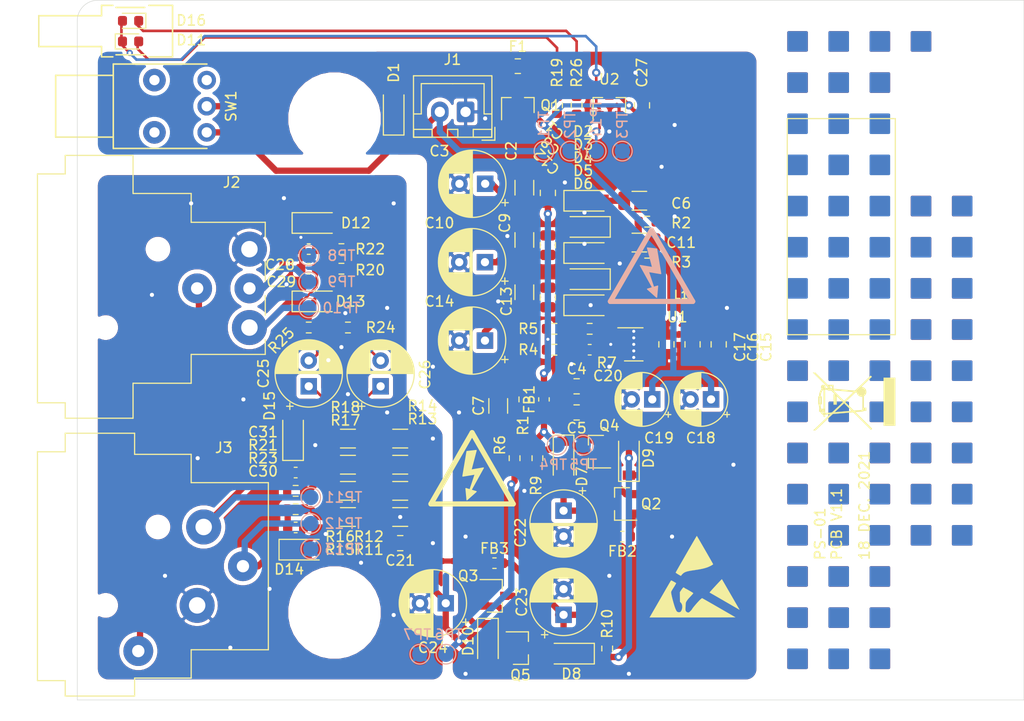
<source format=kicad_pcb>
(kicad_pcb (version 20171130) (host pcbnew "(5.1.7)-1")
  (layers (0 F.Cu signal) (31 B.Cu signal) (34 B.Paste user) (35 F.Paste user) (36 B.SilkS user) (37 F.SilkS user) (38 B.Mask user) (39 F.Mask user) (44 Edge.Cuts user))
  (net 0 "")
  (net 1 GND)
  (net 2 +BATT)
  (net 3 GNDA)
  (net 4 +VSW)
  (net 5 "Net-(C10-Pad1)")
  (net 6 +48V)
  (net 7 "Net-(D1-Pad1)")
  (net 8 "Net-(F1-Pad2)")
  (net 9 "Net-(SW1-Pad3)")
  (net 10 "Net-(J2-PadG)")
  (net 11 "Net-(C6-Pad2)")
  (net 12 "Net-(C6-Pad1)")
  (net 13 "Net-(C11-Pad1)")
  (net 14 "Net-(Q2-Pad2)")
  (net 15 "Net-(C22-Pad1)")
  (net 16 "Net-(C23-Pad1)")
  (net 17 "Net-(C25-Pad1)")
  (net 18 "Net-(C26-Pad1)")
  (net 19 "Net-(F1-Pad1)")
  (net 20 "Net-(D6-Pad2)")
  (net 21 "Net-(D8-Pad1)")
  (net 22 "Net-(R13-Pad1)")
  (net 23 "Net-(C1-Pad1)")
  (net 24 "Net-(C7-Pad1)")
  (net 25 "Net-(C11-Pad2)")
  (net 26 "Net-(C12-Pad1)")
  (net 27 "Net-(C20-Pad2)")
  (net 28 "Net-(C20-Pad1)")
  (net 29 "Net-(C25-Pad2)")
  (net 30 "Net-(C26-Pad2)")
  (net 31 "Net-(C28-Pad1)")
  (net 32 "Net-(C29-Pad1)")
  (net 33 "Net-(C30-Pad1)")
  (net 34 "Net-(C31-Pad1)")
  (net 35 "Net-(D9-Pad1)")
  (net 36 "Net-(D10-Pad1)")
  (net 37 "Net-(D11-Pad2)")
  (net 38 "Net-(D11-Pad1)")
  (net 39 "Net-(D16-Pad1)")
  (net 40 "Net-(Q3-Pad2)")
  (net 41 "Net-(R11-Pad1)")
  (net 42 "Net-(R12-Pad1)")
  (net 43 "Net-(R14-Pad1)")
  (module Resistor_SMD:R_0603_1608Metric (layer F.Cu) (at 43.5 -23.495 90)
    (fp_text reference R6 (at 1.27 -1.43 90) (layer F.SilkS))
    (fp_text value DNP)
    (pad 2 smd roundrect (at 0.825 0 90) (size 0.8 0.95) (layers F.Cu F.Paste F.Mask) (net 4 +VSW))
    (pad 1 smd roundrect (at -0.825 0 90) (size 0.8 0.95) (layers F.Cu F.Paste F.Mask) (net 6 +48V))
  )
  (module Inductor_SMD:L_0603_1608Metric (layer F.Cu) (at 41.545 -13.295)
    (fp_text reference FB3 (at 0 -1.43) (layer F.SilkS))
    (fp_text value 600R)
    (pad 2 smd roundrect (at 0.7875 0) (size 0.875 0.95) (layers F.Cu F.Paste F.Mask) (net 16 "Net-(C23-Pad1)"))
    (pad 1 smd roundrect (at -0.7875 0) (size 0.875 0.95) (layers F.Cu F.Paste F.Mask) (net 36 "Net-(D10-Pad1)"))
  )
  (module Inductor_SMD:L_0603_1608Metric (layer F.Cu) (at 53.975 -15.875 180)
    (fp_text reference FB2 (at 0 -1.43) (layer F.SilkS))
    (fp_text value 600R)
    (pad 2 smd roundrect (at 0.7875 0 180) (size 0.875 0.95) (layers F.Cu F.Paste F.Mask) (net 15 "Net-(C22-Pad1)"))
    (pad 1 smd roundrect (at -0.7875 0 180) (size 0.875 0.95) (layers F.Cu F.Paste F.Mask) (net 35 "Net-(D9-Pad1)"))
  )
  (module Inductor_SMD:L_0603_1608Metric (layer F.Cu) (at 46.355 -29.21 90)
    (fp_text reference FB1 (at 0 -1.43 90) (layer F.SilkS))
    (fp_text value 600R)
    (pad 2 smd roundrect (at 0.7875 0 90) (size 0.875 0.95) (layers F.Cu F.Paste F.Mask) (net 23 "Net-(C1-Pad1)"))
    (pad 1 smd roundrect (at -0.7875 0 90) (size 0.875 0.95) (layers F.Cu F.Paste F.Mask) (net 4 +VSW))
  )
  (module Resistor_SMD:R_0603_1608Metric (layer F.Cu) (at 50.8 -36.068)
    (fp_text reference R7 (at 1.651 3.302) (layer F.SilkS))
    (fp_text value 24K9/1%)
    (pad 2 smd roundrect (at 0.825 0) (size 0.8 0.95) (layers F.Cu F.Paste F.Mask) (net 1 GND))
    (pad 1 smd roundrect (at -0.825 0) (size 0.8 0.95) (layers F.Cu F.Paste F.Mask) (net 27 "Net-(C20-Pad2)"))
  )
  (module phantom_v1:CP_Radial_D5.0mm_P2.00mm (layer F.Cu) (at 61.595 -29.21 180)
    (fp_text reference C18 (at 0 -3.75) (layer F.SilkS))
    (fp_text value 220uF/6.3V)
    (pad 2 thru_hole circle (at 1 0 180) (size 1.6 1.6) (drill 0.8) (layers *.Cu *.Mask) (net 1 GND))
    (pad 1 thru_hole rect (at -1 0 180) (size 1.6 1.6) (drill 0.8) (layers *.Cu *.Mask) (net 2 +BATT))
  )
  (module Resistor_SMD:R_0603_1608Metric (layer F.Cu) (at 56.388 -42.418)
    (fp_text reference R3 (at 3.302 -0.127) (layer F.SilkS))
    (fp_text value 5R1)
    (pad 2 smd roundrect (at 0.825 0) (size 0.8 0.95) (layers F.Cu F.Paste F.Mask) (net 13 "Net-(C11-Pad1)"))
    (pad 1 smd roundrect (at -0.825 0) (size 0.8 0.95) (layers F.Cu F.Paste F.Mask) (net 20 "Net-(D6-Pad2)"))
  )
  (module Resistor_SMD:R_0603_1608Metric (layer F.Cu) (at 56.388 -46.482)
    (fp_text reference R2 (at 3.302 0.127) (layer F.SilkS))
    (fp_text value 5R1)
    (pad 2 smd roundrect (at 0.825 0) (size 0.8 0.95) (layers F.Cu F.Paste F.Mask) (net 12 "Net-(C6-Pad1)"))
    (pad 1 smd roundrect (at -0.825 0) (size 0.8 0.95) (layers F.Cu F.Paste F.Mask) (net 20 "Net-(D6-Pad2)"))
  )
  (module Diode_SMD:D_SOD-123 (layer F.Cu) (at 50.546 -45.974 180)
    (fp_text reference D3 (at 0.381 8.001) (layer F.SilkS))
    (fp_text value DSK110)
    (pad 2 smd rect (at 1.65 0 180) (size 0.9 1.2) (layers F.Cu F.Paste F.Mask) (net 5 "Net-(C10-Pad1)"))
    (pad 1 smd rect (at -1.65 0 180) (size 0.9 1.2) (layers F.Cu F.Paste F.Mask) (net 11 "Net-(C6-Pad2)"))
  )
  (module Diode_SMD:D_SOD-123 (layer F.Cu) (at 50.546 -48.514)
    (fp_text reference D2 (at -0.381 -6.731) (layer F.SilkS))
    (fp_text value DSK110)
    (pad 2 smd rect (at 1.65 0) (size 0.9 1.2) (layers F.Cu F.Paste F.Mask) (net 11 "Net-(C6-Pad2)"))
    (pad 1 smd rect (at -1.65 0) (size 0.9 1.2) (layers F.Cu F.Paste F.Mask) (net 23 "Net-(C1-Pad1)"))
  )
  (module Capacitor_SMD:C_1206_3216Metric (layer F.Cu) (at 55.626 -48.514 180)
    (fp_text reference C6 (at -4.064 -0.254) (layer F.SilkS))
    (fp_text value 1uF/100V)
    (pad 2 smd roundrect (at 1.475 0 180) (size 1.15 1.8) (layers F.Cu F.Paste F.Mask) (roundrect_rratio 0.2173904347826087) (net 11 "Net-(C6-Pad2)"))
    (pad 1 smd roundrect (at -1.475 0 180) (size 1.15 1.8) (layers F.Cu F.Paste F.Mask) (roundrect_rratio 0.2173904347826087) (net 12 "Net-(C6-Pad1)"))
  )
  (module Capacitor_SMD:C_0805_2012Metric (layer F.Cu) (at 49.53 -30.48)
    (fp_text reference C4 (at 0 -1.68) (layer F.SilkS))
    (fp_text value 10nF/100V)
    (pad 2 smd roundrect (at 0.95 0) (size 1 1.45) (layers F.Cu F.Paste F.Mask) (net 1 GND))
    (pad 1 smd roundrect (at -0.95 0) (size 1 1.45) (layers F.Cu F.Paste F.Mask) (net 23 "Net-(C1-Pad1)"))
  )
  (module phantom_v1:CP_Radial_D6.3mm_P2.50mm (layer F.Cu) (at 40.64 -50.165 180)
    (fp_text reference C3 (at 4.445 3.175) (layer F.SilkS))
    (fp_text value 47uF/63V)
    (pad 2 thru_hole circle (at 2.5 0 180) (size 1.6 1.6) (drill 0.8) (layers *.Cu *.Mask) (net 1 GND))
    (pad 1 thru_hole rect (at 0 0 180) (size 1.6 1.6) (drill 0.8) (layers *.Cu *.Mask) (net 23 "Net-(C1-Pad1)"))
  )
  (module Capacitor_SMD:C_1206_3216Metric (layer F.Cu) (at 44.45 -49.784 90)
    (fp_text reference C2 (at 3.556 -1.27 90) (layer F.SilkS))
    (fp_text value 1uF/100V)
    (pad 2 smd roundrect (at 1.475 0 90) (size 1.15 1.8) (layers F.Cu F.Paste F.Mask) (roundrect_rratio 0.2173904347826087) (net 1 GND))
    (pad 1 smd roundrect (at -1.475 0 90) (size 1.15 1.8) (layers F.Cu F.Paste F.Mask) (roundrect_rratio 0.2173904347826087) (net 23 "Net-(C1-Pad1)"))
  )
  (module Capacitor_SMD:C_0805_2012Metric (layer F.Cu) (at 46.736 -49.276 90)
    (fp_text reference C1 (at 6.096 0.635 135 unlocked) (layer F.SilkS))
    (fp_text value 100nF/100V)
    (pad 2 smd roundrect (at 0.95 0 90) (size 1 1.45) (layers F.Cu F.Paste F.Mask) (net 1 GND))
    (pad 1 smd roundrect (at -0.95 0 90) (size 1 1.45) (layers F.Cu F.Paste F.Mask) (net 23 "Net-(C1-Pad1)"))
  )
  (module phantom_v1:Switch-2MS1T2B2M6-SPDT-ONON-THT (layer F.Cu) (at 8.5 -57.7 90)
    (fp_text reference SW1 (at 0 7.45 270) (layer F.SilkS))
    (fp_text value 2MS1T1B1M6)
    (pad M2 thru_hole circle (at 2.54 0 270) (size 2.2 2.2) (drill 1) (layers *.Cu *.Mask))
    (pad M1 thru_hole circle (at -2.54 0 270) (size 2.2 2.2) (drill 1) (layers *.Cu *.Mask))
    (pad 3 thru_hole circle (at 2.54 5.08 270) (size 1.8 1.8) (drill 1) (layers *.Cu *.Mask) (net 9 "Net-(SW1-Pad3)"))
    (pad 2 thru_hole circle (at 0 5.08 270) (size 1.8 1.8) (drill 1) (layers *.Cu *.Mask) (net 8 "Net-(F1-Pad2)"))
    (pad 1 thru_hole circle (at -2.54 5.08 270) (size 1.8 1.8) (drill 1) (layers *.Cu *.Mask) (net 7 "Net-(D1-Pad1)"))
  )
  (module TestPoint:TestPoint_Pad_D1.5mm (layer B.Cu) (at 50.165 -24.765)
    (fp_text reference TP5 (at 0 1.905) (layer B.SilkS) (effects (justify mirror)))
    (fp_text value TestPoint)
    (pad 1 smd circle (at 0 0) (size 1.5 1.5) (layers B.Cu B.Mask) (net 1 GND))
  )
  (module new-library:PowerInductor_SWPA40XX (layer F.Cu) (at 55.88 -39.37 180)
    (fp_text reference L1 (at -3.81 0) (layer F.SilkS) (effects (font (size 0.8 0.8))))
    (fp_text value 10uH)
    (pad 2 smd roundrect (at 1.5 0 180) (size 1.1 3.7) (layers F.Cu F.Paste F.Mask) (roundrect_rratio 0.066) (net 20 "Net-(D6-Pad2)"))
    (pad 1 smd roundrect (at -1.5 0 180) (size 1.1 3.7) (layers F.Cu F.Paste F.Mask) (roundrect_rratio 0.066) (net 2 +BATT))
  )
  (module Resistor_SMD:R_0603_1608Metric (layer F.Cu) (at 47.371 -34.036)
    (fp_text reference R4 (at -2.54 0) (layer F.SilkS))
    (fp_text value 0R)
    (pad 2 smd roundrect (at 0.825 0) (size 0.8 0.95) (layers F.Cu F.Paste F.Mask) (net 28 "Net-(C20-Pad1)"))
    (pad 1 smd roundrect (at -0.825 0) (size 0.8 0.95) (layers F.Cu F.Paste F.Mask) (net 23 "Net-(C1-Pad1)"))
  )
  (module NetTie:NetTie-2_SMD_Pad0.5mm (layer F.Cu) (at 37 -13.5 180)
    (fp_text reference NT1 hide)
    (fp_text value Net-Tie_2)
    (fp_poly (pts (xy -0.5 -0.25) (xy 0.5 -0.25) (xy 0.5 0.25) (xy -0.5 0.25)) (layer F.Cu) (width 0))
    (pad 2 smd circle (at 0.5 0 180) (size 0.5 0.5) (layers F.Cu) (net 3 GNDA))
    (pad 1 smd circle (at -0.5 0 180) (size 0.5 0.5) (layers F.Cu) (net 1 GND))
  )
  (module Package_TO_SOT_SMD:SOT-23 (layer F.Cu) (at 44.085 -5.04)
    (fp_text reference Q5 (at -0.016 2.627) (layer F.SilkS))
    (fp_text value MMBT3904)
    (pad 3 smd rect (at 1 0) (size 0.9 0.8) (layers F.Cu F.Paste F.Mask) (net 21 "Net-(D8-Pad1)"))
    (pad 2 smd rect (at -1 0.95) (size 0.9 0.8) (layers F.Cu F.Paste F.Mask) (net 6 +48V))
    (pad 1 smd rect (at -1 -0.95) (size 0.9 0.8) (layers F.Cu F.Paste F.Mask) (net 40 "Net-(Q3-Pad2)"))
  )
  (module Resistor_SMD:R_0603_1608Metric (layer F.Cu) (at 45.72 -23.495 270)
    (fp_text reference R9 (at 2.667 0.127 90) (layer F.SilkS))
    (fp_text value 10K)
    (pad 2 smd roundrect (at 0.825 0 270) (size 0.8 0.95) (layers F.Cu F.Paste F.Mask) (net 15 "Net-(C22-Pad1)"))
    (pad 1 smd roundrect (at -0.825 0 270) (size 0.8 0.95) (layers F.Cu F.Paste F.Mask) (net 4 +VSW))
  )
  (module phantom_v1:CP_Radial_D5.0mm_P2.00mm (layer F.Cu) (at 55.88 -29.21 180)
    (fp_text reference C19 (at -1.651 -3.75) (layer F.SilkS))
    (fp_text value 220uF/6.3V)
    (pad 2 thru_hole circle (at 1 0 180) (size 1.6 1.6) (drill 0.8) (layers *.Cu *.Mask) (net 1 GND))
    (pad 1 thru_hole rect (at -1 0 180) (size 1.6 1.6) (drill 0.8) (layers *.Cu *.Mask) (net 2 +BATT))
  )
  (module phantom_v1:CP_Radial_D6.3mm_P2.50mm (layer F.Cu) (at 23.495 -30.48 90)
    (fp_text reference C25 (at 1.25 -4.4 90) (layer F.SilkS))
    (fp_text value 22uF/63V)
    (pad 2 thru_hole circle (at 2.5 0 90) (size 1.6 1.6) (drill 0.8) (layers *.Cu *.Mask) (net 29 "Net-(C25-Pad2)"))
    (pad 1 thru_hole rect (at 0 0 90) (size 1.6 1.6) (drill 0.8) (layers *.Cu *.Mask) (net 17 "Net-(C25-Pad1)"))
  )
  (module phantom_v1:CP_Radial_D6.3mm_P2.50mm (layer F.Cu) (at 30.48 -30.48 90)
    (fp_text reference C26 (at 1.143 4.318 90) (layer F.SilkS))
    (fp_text value 22uF/63V)
    (pad 2 thru_hole circle (at 2.5 0 90) (size 1.6 1.6) (drill 0.8) (layers *.Cu *.Mask) (net 30 "Net-(C26-Pad2)"))
    (pad 1 thru_hole rect (at 0 0 90) (size 1.6 1.6) (drill 0.8) (layers *.Cu *.Mask) (net 18 "Net-(C26-Pad1)"))
  )
  (module Capacitor_SMD:C_0603_1608Metric (layer F.Cu) (at 22.225 -22.098)
    (fp_text reference C31 (at -3.175 -3.937) (layer F.SilkS))
    (fp_text value DNP)
    (pad 2 smd roundrect (at 0.775 0) (size 0.9 0.95) (layers F.Cu F.Paste F.Mask) (net 3 GNDA))
    (pad 1 smd roundrect (at -0.775 0) (size 0.9 0.95) (layers F.Cu F.Paste F.Mask) (net 34 "Net-(C31-Pad1)"))
  )
  (module Capacitor_SMD:C_0603_1608Metric (layer F.Cu) (at 22.225 -16.764)
    (fp_text reference C30 (at -3.175 -5.461) (layer F.SilkS))
    (fp_text value DNP)
    (pad 2 smd roundrect (at 0.775 0) (size 0.9 0.95) (layers F.Cu F.Paste F.Mask) (net 3 GNDA))
    (pad 1 smd roundrect (at -0.775 0) (size 0.9 0.95) (layers F.Cu F.Paste F.Mask) (net 33 "Net-(C30-Pad1)"))
  )
  (module Capacitor_SMD:C_0603_1608Metric (layer F.Cu) (at 23.495 -41.91 180)
    (fp_text reference C29 (at 2.667 -1.27) (layer F.SilkS))
    (fp_text value 470pF/100V)
    (pad 2 smd roundrect (at 0.775 0 180) (size 0.9 0.95) (layers F.Cu F.Paste F.Mask) (net 3 GNDA))
    (pad 1 smd roundrect (at -0.775 0 180) (size 0.9 0.95) (layers F.Cu F.Paste F.Mask) (net 32 "Net-(C29-Pad1)"))
  )
  (module Capacitor_SMD:C_0603_1608Metric (layer F.Cu) (at 23.495 -43.815 180)
    (fp_text reference C28 (at 2.794 -1.524) (layer F.SilkS))
    (fp_text value 470pF/100V)
    (pad 2 smd roundrect (at 0.775 0 180) (size 0.9 0.95) (layers F.Cu F.Paste F.Mask) (net 3 GNDA))
    (pad 1 smd roundrect (at -0.775 0 180) (size 0.9 0.95) (layers F.Cu F.Paste F.Mask) (net 31 "Net-(C28-Pad1)"))
  )
  (module Resistor_SMD:R_0603_1608Metric (layer F.Cu) (at 23.495 -36.195 180)
    (fp_text reference R25 (at 2.667 -1.27 225) (layer F.SilkS))
    (fp_text value 1M/0.1%)
    (pad 2 smd roundrect (at 0.825 0 180) (size 0.8 0.95) (layers F.Cu F.Paste F.Mask) (net 3 GNDA))
    (pad 1 smd roundrect (at -0.825 0 180) (size 0.8 0.95) (layers F.Cu F.Paste F.Mask) (net 29 "Net-(C25-Pad2)"))
  )
  (module Resistor_SMD:R_0603_1608Metric (layer F.Cu) (at 27.305 -36.195 180)
    (fp_text reference R24 (at -3.175 0) (layer F.SilkS))
    (fp_text value 1M/0.1%)
    (pad 2 smd roundrect (at 0.825 0 180) (size 0.8 0.95) (layers F.Cu F.Paste F.Mask) (net 3 GNDA))
    (pad 1 smd roundrect (at -0.825 0 180) (size 0.8 0.95) (layers F.Cu F.Paste F.Mask) (net 30 "Net-(C26-Pad2)"))
  )
  (module Resistor_SMD:R_0603_1608Metric (layer F.Cu) (at 26.67 -41.91 180)
    (fp_text reference R20 (at -2.794 -0.127) (layer F.SilkS))
    (fp_text value 10R/0.1%)
    (pad 2 smd roundrect (at 0.825 0 180) (size 0.8 0.95) (layers F.Cu F.Paste F.Mask) (net 32 "Net-(C29-Pad1)"))
    (pad 1 smd roundrect (at -0.825 0 180) (size 0.8 0.95) (layers F.Cu F.Paste F.Mask) (net 29 "Net-(C25-Pad2)"))
  )
  (module Resistor_SMD:R_0603_1608Metric (layer F.Cu) (at 26.67 -43.815 180)
    (fp_text reference R22 (at -2.794 0) (layer F.SilkS))
    (fp_text value 10R/0.1%)
    (pad 2 smd roundrect (at 0.825 0 180) (size 0.8 0.95) (layers F.Cu F.Paste F.Mask) (net 31 "Net-(C28-Pad1)"))
    (pad 1 smd roundrect (at -0.825 0 180) (size 0.8 0.95) (layers F.Cu F.Paste F.Mask) (net 30 "Net-(C26-Pad2)"))
  )
  (module Resistor_SMD:R_0603_1608Metric (layer F.Cu) (at 22.225 -20.32)
    (fp_text reference R21 (at -3.175 -4.445) (layer F.SilkS))
    (fp_text value 0R)
    (pad 2 smd roundrect (at 0.825 0) (size 0.8 0.95) (layers F.Cu F.Paste F.Mask) (net 17 "Net-(C25-Pad1)"))
    (pad 1 smd roundrect (at -0.825 0) (size 0.8 0.95) (layers F.Cu F.Paste F.Mask) (net 34 "Net-(C31-Pad1)"))
  )
  (module Resistor_SMD:R_0603_1608Metric (layer F.Cu) (at 22.225 -18.542)
    (fp_text reference R23 (at -3.175 -4.953) (layer F.SilkS))
    (fp_text value 0R)
    (pad 2 smd roundrect (at 0.825 0) (size 0.8 0.95) (layers F.Cu F.Paste F.Mask) (net 18 "Net-(C26-Pad1)"))
    (pad 1 smd roundrect (at -0.825 0) (size 0.8 0.95) (layers F.Cu F.Paste F.Mask) (net 33 "Net-(C30-Pad1)"))
  )
  (module Resistor_SMD:R_1206_3216Metric (layer F.Cu) (at 27.305 -25.4)
    (fp_text reference R18 (at -0.254 -3.048) (layer F.SilkS))
    (fp_text value 6K8/0.1%)
    (pad 2 smd roundrect (at 1.4625 0) (size 1.125 1.75) (layers F.Cu F.Paste F.Mask) (roundrect_rratio 0.2222195555555556) (net 43 "Net-(R14-Pad1)"))
    (pad 1 smd roundrect (at -1.4625 0) (size 1.125 1.75) (layers F.Cu F.Paste F.Mask) (roundrect_rratio 0.2222195555555556) (net 17 "Net-(C25-Pad1)"))
  )
  (module Resistor_SMD:R_1206_3216Metric (layer F.Cu) (at 32.385 -25.4)
    (fp_text reference R14 (at 2.159 -3.175) (layer F.SilkS))
    (fp_text value 6K8/0.1%)
    (pad 2 smd roundrect (at 1.4625 0) (size 1.125 1.75) (layers F.Cu F.Paste F.Mask) (roundrect_rratio 0.2222195555555556) (net 6 +48V))
    (pad 1 smd roundrect (at -1.4625 0) (size 1.125 1.75) (layers F.Cu F.Paste F.Mask) (roundrect_rratio 0.2222195555555556) (net 43 "Net-(R14-Pad1)"))
  )
  (module Resistor_SMD:R_1206_3216Metric (layer F.Cu) (at 27.305 -22.86)
    (fp_text reference R17 (at -0.254 -4.318) (layer F.SilkS))
    (fp_text value 6K8/0.1%)
    (pad 2 smd roundrect (at 1.4625 0) (size 1.125 1.75) (layers F.Cu F.Paste F.Mask) (roundrect_rratio 0.2222195555555556) (net 22 "Net-(R13-Pad1)"))
    (pad 1 smd roundrect (at -1.4625 0) (size 1.125 1.75) (layers F.Cu F.Paste F.Mask) (roundrect_rratio 0.2222195555555556) (net 17 "Net-(C25-Pad1)"))
  )
  (module Resistor_SMD:R_1206_3216Metric (layer F.Cu) (at 32.385 -22.86)
    (fp_text reference R13 (at 2.159 -4.445) (layer F.SilkS))
    (fp_text value 6K8/0.1%)
    (pad 2 smd roundrect (at 1.4625 0) (size 1.125 1.75) (layers F.Cu F.Paste F.Mask) (roundrect_rratio 0.2222195555555556) (net 6 +48V))
    (pad 1 smd roundrect (at -1.4625 0) (size 1.125 1.75) (layers F.Cu F.Paste F.Mask) (roundrect_rratio 0.2222195555555556) (net 22 "Net-(R13-Pad1)"))
  )
  (module Resistor_SMD:R_1206_3216Metric (layer F.Cu) (at 27.305 -20.32)
    (fp_text reference R16 (at -0.762 4.445) (layer F.SilkS))
    (fp_text value 6K8/0.1%)
    (pad 2 smd roundrect (at 1.4625 0) (size 1.125 1.75) (layers F.Cu F.Paste F.Mask) (roundrect_rratio 0.2222195555555556) (net 42 "Net-(R12-Pad1)"))
    (pad 1 smd roundrect (at -1.4625 0) (size 1.125 1.75) (layers F.Cu F.Paste F.Mask) (roundrect_rratio 0.2222195555555556) (net 18 "Net-(C26-Pad1)"))
  )
  (module Resistor_SMD:R_1206_3216Metric (layer F.Cu) (at 32.385 -20.32)
    (fp_text reference R12 (at -3.048 4.445) (layer F.SilkS))
    (fp_text value 6K8/0.1%)
    (pad 2 smd roundrect (at 1.4625 0) (size 1.125 1.75) (layers F.Cu F.Paste F.Mask) (roundrect_rratio 0.2222195555555556) (net 6 +48V))
    (pad 1 smd roundrect (at -1.4625 0) (size 1.125 1.75) (layers F.Cu F.Paste F.Mask) (roundrect_rratio 0.2222195555555556) (net 42 "Net-(R12-Pad1)"))
  )
  (module Resistor_SMD:R_1206_3216Metric (layer F.Cu) (at 27.305 -17.78)
    (fp_text reference R15 (at -0.762 3.175) (layer F.SilkS))
    (fp_text value 6K8/0.1%)
    (pad 2 smd roundrect (at 1.4625 0) (size 1.125 1.75) (layers F.Cu F.Paste F.Mask) (roundrect_rratio 0.2222195555555556) (net 41 "Net-(R11-Pad1)"))
    (pad 1 smd roundrect (at -1.4625 0) (size 1.125 1.75) (layers F.Cu F.Paste F.Mask) (roundrect_rratio 0.2222195555555556) (net 18 "Net-(C26-Pad1)"))
  )
  (module Resistor_SMD:R_1206_3216Metric (layer F.Cu) (at 32.385 -17.78)
    (fp_text reference R11 (at -3.048 3.175) (layer F.SilkS))
    (fp_text value 6K8/0.1%)
    (pad 2 smd roundrect (at 1.4625 0) (size 1.125 1.75) (layers F.Cu F.Paste F.Mask) (roundrect_rratio 0.2222195555555556) (net 6 +48V))
    (pad 1 smd roundrect (at -1.4625 0) (size 1.125 1.75) (layers F.Cu F.Paste F.Mask) (roundrect_rratio 0.2222195555555556) (net 41 "Net-(R11-Pad1)"))
  )
  (module Resistor_SMD:R_0603_1608Metric (layer F.Cu) (at 52.5 -5 90)
    (fp_text reference R10 (at 2.413 0 90) (layer F.SilkS))
    (fp_text value 10K)
    (pad 2 smd roundrect (at 0.825 0 90) (size 0.8 0.95) (layers F.Cu F.Paste F.Mask) (net 16 "Net-(C23-Pad1)"))
    (pad 1 smd roundrect (at -0.825 0 90) (size 0.8 0.95) (layers F.Cu F.Paste F.Mask) (net 21 "Net-(D8-Pad1)"))
  )
  (module Resistor_SMD:R_0603_1608Metric (layer F.Cu) (at 44.45 -29.21 90)
    (fp_text reference R1 (at -2.54 -0.127 90) (layer F.SilkS))
    (fp_text value 5R1)
    (pad 2 smd roundrect (at 0.825 0 90) (size 0.8 0.95) (layers F.Cu F.Paste F.Mask) (net 24 "Net-(C7-Pad1)"))
    (pad 1 smd roundrect (at -0.825 0 90) (size 0.8 0.95) (layers F.Cu F.Paste F.Mask) (net 4 +VSW))
  )
  (module Resistor_SMD:R_0603_1608Metric (layer F.Cu) (at 47.371 -36.068)
    (fp_text reference R5 (at -2.54 0) (layer F.SilkS))
    (fp_text value 1M/1%)
    (pad 2 smd roundrect (at 0.825 0) (size 0.8 0.95) (layers F.Cu F.Paste F.Mask) (net 27 "Net-(C20-Pad2)"))
    (pad 1 smd roundrect (at -0.825 0) (size 0.8 0.95) (layers F.Cu F.Paste F.Mask) (net 23 "Net-(C1-Pad1)"))
  )
  (module Capacitor_SMD:C_0603_1608Metric (layer F.Cu) (at 50.8 -34.036)
    (fp_text reference C20 (at 1.778 2.54) (layer F.SilkS))
    (fp_text value 27pF)
    (pad 2 smd roundrect (at 0.775 0) (size 0.9 0.95) (layers F.Cu F.Paste F.Mask) (net 27 "Net-(C20-Pad2)"))
    (pad 1 smd roundrect (at -0.775 0) (size 0.9 0.95) (layers F.Cu F.Paste F.Mask) (net 28 "Net-(C20-Pad1)"))
  )
  (module Capacitor_SMD:C_0805_2012Metric (layer F.Cu) (at 32.385 -15.24 180)
    (fp_text reference C21 (at 0 -1.68) (layer F.SilkS))
    (fp_text value 100nF/100V)
    (pad 2 smd roundrect (at 0.95 0 180) (size 1 1.45) (layers F.Cu F.Paste F.Mask) (net 3 GNDA))
    (pad 1 smd roundrect (at -0.95 0 180) (size 1 1.45) (layers F.Cu F.Paste F.Mask) (net 6 +48V))
  )
  (module Diode_SMD:D_SOD-123 (layer F.Cu) (at 40.91 -5.675 270)
    (fp_text reference D10 (at -0.04 1.921 90) (layer F.SilkS))
    (fp_text value SM4007PL)
    (pad 2 smd rect (at 1.65 0 270) (size 0.9 1.2) (layers F.Cu F.Paste F.Mask) (net 6 +48V))
    (pad 1 smd rect (at -1.65 0 270) (size 0.9 1.2) (layers F.Cu F.Paste F.Mask) (net 36 "Net-(D10-Pad1)"))
  )
  (module Package_TO_SOT_SMD:SOT-23 (layer F.Cu) (at 41.545 -10.12)
    (fp_text reference Q3 (at -2.556 -1.945) (layer F.SilkS))
    (fp_text value MMBT3904)
    (pad 3 smd rect (at 1 0) (size 0.9 0.8) (layers F.Cu F.Paste F.Mask) (net 21 "Net-(D8-Pad1)"))
    (pad 2 smd rect (at -1 0.95) (size 0.9 0.8) (layers F.Cu F.Paste F.Mask) (net 40 "Net-(Q3-Pad2)"))
    (pad 1 smd rect (at -1 -0.95) (size 0.9 0.8) (layers F.Cu F.Paste F.Mask) (net 36 "Net-(D10-Pad1)"))
  )
  (module Package_TO_SOT_SMD:SOT-23 (layer F.Cu) (at 51.435 -24.13 180)
    (fp_text reference Q4 (at -1.27 2.54) (layer F.SilkS))
    (fp_text value MMBT3904)
    (pad 3 smd rect (at 1 0 180) (size 0.9 0.8) (layers F.Cu F.Paste F.Mask) (net 4 +VSW))
    (pad 2 smd rect (at -1 0.95 180) (size 0.9 0.8) (layers F.Cu F.Paste F.Mask) (net 21 "Net-(D8-Pad1)"))
    (pad 1 smd rect (at -1 -0.95 180) (size 0.9 0.8) (layers F.Cu F.Paste F.Mask) (net 14 "Net-(Q2-Pad2)"))
  )
  (module Package_TO_SOT_SMD:SOT-23 (layer F.Cu) (at 53.975 -19.05 180)
    (fp_text reference Q2 (at -2.794 0) (layer F.SilkS))
    (fp_text value MMBT3904)
    (pad 3 smd rect (at 1 0 180) (size 0.9 0.8) (layers F.Cu F.Paste F.Mask) (net 4 +VSW))
    (pad 2 smd rect (at -1 0.95 180) (size 0.9 0.8) (layers F.Cu F.Paste F.Mask) (net 14 "Net-(Q2-Pad2)"))
    (pad 1 smd rect (at -1 -0.95 180) (size 0.9 0.8) (layers F.Cu F.Paste F.Mask) (net 35 "Net-(D9-Pad1)"))
  )
  (module Diode_SMD:D_SOD-123 (layer F.Cu) (at 49 -4.5 180)
    (fp_text reference D8 (at -0.022 -1.96) (layer F.SilkS))
    (fp_text value BZT52C2V7)
    (pad 2 smd rect (at 1.65 0 180) (size 0.9 1.2) (layers F.Cu F.Paste F.Mask) (net 16 "Net-(C23-Pad1)"))
    (pad 1 smd rect (at -1.65 0 180) (size 0.9 1.2) (layers F.Cu F.Paste F.Mask) (net 21 "Net-(D8-Pad1)"))
  )
  (module Diode_SMD:D_SOD-123 (layer F.Cu) (at 54.61 -23.495 90)
    (fp_text reference D9 (at 0 1.905 90) (layer F.SilkS))
    (fp_text value SM4007PL)
    (pad 2 smd rect (at 1.65 0 90) (size 0.9 1.2) (layers F.Cu F.Paste F.Mask) (net 21 "Net-(D8-Pad1)"))
    (pad 1 smd rect (at -1.65 0 90) (size 0.9 1.2) (layers F.Cu F.Paste F.Mask) (net 35 "Net-(D9-Pad1)"))
  )
  (module Diode_SMD:D_SOD-123 (layer F.Cu) (at 48.26 -23.495 270)
    (fp_text reference D7 (at 1.778 -1.778 90) (layer F.SilkS))
    (fp_text value BZT52C2V7)
    (pad 2 smd rect (at 1.65 0 270) (size 0.9 1.2) (layers F.Cu F.Paste F.Mask) (net 15 "Net-(C22-Pad1)"))
    (pad 1 smd rect (at -1.65 0 270) (size 0.9 1.2) (layers F.Cu F.Paste F.Mask) (net 4 +VSW))
  )
  (module phantom_v1:CP_Radial_D6.3mm_P2.50mm (layer F.Cu) (at 48.26 -9.525 90)
    (fp_text reference C23 (at 0 -4.064 90) (layer F.SilkS))
    (fp_text value 47uF/63V)
    (pad 2 thru_hole circle (at 1.25 0 90) (size 1.6 1.6) (drill 0.8) (layers *.Cu *.Mask) (net 1 GND))
    (pad 1 thru_hole rect (at -1.25 0 90) (size 1.6 1.6) (drill 0.8) (layers *.Cu *.Mask) (net 16 "Net-(C23-Pad1)"))
  )
  (module phantom_v1:MECH-Light_pipe_6.35mm (layer F.Cu) (at 3.66 -65 90)
    (fp_text reference N5 hide)
    (fp_text value "LIGHT PIPE")
    (pad "" np_thru_hole circle (at 1.27 5.22 90) (size 1.25 1.25) (drill 1.25) (layers *.Cu *.Mask))
    (pad "" np_thru_hole circle (at -1.27 5.22 90) (size 1.25 1.25) (drill 1.25) (layers *.Cu *.Mask))
  )
  (module MountingHole:MountingHole_3.2mm_M3 (layer F.Cu) (at 88 -8.5)
    (fp_text reference H4 hide)
    (fp_text value MountingHole)
    (pad 1 np_thru_hole circle (at 0 0) (size 3.2 3.2) (drill 3.2) (layers *.Cu *.Mask))
  )
  (module MountingHole:MountingHole_3.2mm_M3 (layer F.Cu) (at 88 -56.5)
    (fp_text reference H3 hide)
    (fp_text value MountingHole)
    (pad 1 np_thru_hole circle (at 0 0) (size 3.2 3.2) (drill 3.2) (layers *.Cu *.Mask))
  )
  (module MountingHole:MountingHole_3.2mm_M3 (layer F.Cu) (at 26 -8.5)
    (fp_text reference H2 hide)
    (fp_text value MountingHole)
    (pad "" np_thru_hole circle (at 0 0) (size 3.2 3.2) (drill 3.2) (layers *.Cu *.Mask) (clearance 2.9))
  )
  (module MountingHole:MountingHole_3.2mm_M3 (layer F.Cu) (at 26 -56.5)
    (fp_text reference H1 hide)
    (fp_text value MountingHole)
    (pad "" np_thru_hole circle (at 0 0) (size 3.2 3.2) (drill 3.2) (layers *.Cu *.Mask) (clearance 2.9))
  )
  (module Resistor_SMD:R_0603_1608Metric (layer F.Cu) (at 49.53 -57.785 270)
    (fp_text reference R26 (at -3.175 0 90) (layer F.SilkS))
    (fp_text value 4K7)
    (pad 2 smd roundrect (at 0.825 0 270) (size 0.8 0.95) (layers F.Cu F.Paste F.Mask) (net 1 GND))
    (pad 1 smd roundrect (at -0.825 0 270) (size 0.8 0.95) (layers F.Cu F.Paste F.Mask) (net 39 "Net-(D16-Pad1)"))
  )
  (module Resistor_SMD:R_0603_1608Metric (layer F.Cu) (at 47.625 -57.785 90)
    (fp_text reference R19 (at 3.175 0 90) (layer F.SilkS))
    (fp_text value 330R)
    (pad 2 smd roundrect (at 0.825 0 90) (size 0.8 0.95) (layers F.Cu F.Paste F.Mask) (net 37 "Net-(D11-Pad2)"))
    (pad 1 smd roundrect (at -0.825 0 90) (size 0.8 0.95) (layers F.Cu F.Paste F.Mask) (net 2 +BATT))
  )
  (module phantom_v1:CP_Radial_D6.3mm_P2.50mm (layer F.Cu) (at 35.56 -9.398 180)
    (fp_text reference C24 (at 0 -4.318) (layer F.SilkS))
    (fp_text value 47uF/63V)
    (pad 2 thru_hole circle (at 1.25 0 180) (size 1.6 1.6) (drill 0.8) (layers *.Cu *.Mask) (net 3 GNDA))
    (pad 1 thru_hole rect (at -1.25 0 180) (size 1.6 1.6) (drill 0.8) (layers *.Cu *.Mask) (net 6 +48V))
  )
  (module phantom_v1:CP_Radial_D6.3mm_P2.50mm (layer F.Cu) (at 48.26 -17.145 270)
    (fp_text reference C22 (at 0.889 4.191 90) (layer F.SilkS))
    (fp_text value 47uF/63V)
    (pad 2 thru_hole circle (at 1.25 0 270) (size 1.6 1.6) (drill 0.8) (layers *.Cu *.Mask) (net 1 GND))
    (pad 1 thru_hole rect (at -1.25 0 270) (size 1.6 1.6) (drill 0.8) (layers *.Cu *.Mask) (net 15 "Net-(C22-Pad1)"))
  )
  (module phantom_v1:CP_Radial_D6.3mm_P2.50mm (layer F.Cu) (at 39.37 -34.925 180)
    (fp_text reference C14 (at 3.175 3.81) (layer F.SilkS))
    (fp_text value 47uF/63V)
    (pad 2 thru_hole circle (at 1.25 0 180) (size 1.6 1.6) (drill 0.8) (layers *.Cu *.Mask) (net 1 GND))
    (pad 1 thru_hole rect (at -1.25 0 180) (size 1.6 1.6) (drill 0.8) (layers *.Cu *.Mask) (net 26 "Net-(C12-Pad1)"))
  )
  (module phantom_v1:CP_Radial_D6.3mm_P2.50mm (layer F.Cu) (at 39.37 -42.545 180)
    (fp_text reference C10 (at 3.175 3.81) (layer F.SilkS))
    (fp_text value 47uF/63V)
    (pad 2 thru_hole circle (at 1.25 0 180) (size 1.6 1.6) (drill 0.8) (layers *.Cu *.Mask) (net 1 GND))
    (pad 1 thru_hole rect (at -1.25 0 180) (size 1.6 1.6) (drill 0.8) (layers *.Cu *.Mask) (net 5 "Net-(C10-Pad1)"))
  )
  (module phantom_v1:Jack_XLR_Neutrik_NC3FAH2_Horizontal (layer F.Cu) (at -0.17 -13 180)
    (fp_text reference J3 (at -15.41 11.511) (layer F.SilkS))
    (fp_text value NC3FAH2)
    (pad G thru_hole circle (at -7.1 -8.25 180) (size 2.9 2.9) (drill 1.2) (layers *.Cu *.Mask) (net 10 "Net-(J2-PadG)"))
    (pad "" np_thru_hole circle (at -9.01 3.81 180) (size 1.6 1.6) (drill 1.6) (layers *.Cu *.Mask))
    (pad "" np_thru_hole circle (at -3.93 -3.81 180) (size 1.6 1.6) (drill 1.6) (layers *.Cu *.Mask))
    (pad 3 thru_hole circle (at -17.27 0 180) (size 2.9 2.9) (drill 1.2) (layers *.Cu *.Mask) (net 33 "Net-(C30-Pad1)"))
    (pad 2 thru_hole circle (at -13.455 3.81 180) (size 3.4 3.4) (drill 1.6) (layers *.Cu *.Mask) (net 34 "Net-(C31-Pad1)"))
    (pad 1 thru_hole circle (at -12.82 -3.81 180) (size 3.4 3.4) (drill 1.6) (layers *.Cu *.Mask) (net 3 GNDA))
  )
  (module phantom_v1:Jack_XLR_Neutrik_NC3MAH_Horizontal (layer F.Cu) (at -0.17 -40 180)
    (fp_text reference J2 (at -16.172 10.292 180) (layer F.SilkS))
    (fp_text value NC3MAH)
    (pad G thru_hole circle (at -12.82 0 270) (size 2.9 2.9) (drill 1.2) (layers *.Cu *.Mask) (net 10 "Net-(J2-PadG)"))
    (pad "" np_thru_hole circle (at -9.01 3.81 270) (size 1.6 1.6) (drill 1.6) (layers *.Cu *.Mask))
    (pad "" np_thru_hole circle (at -3.93 -3.81 270) (size 1.6 1.6) (drill 1.6) (layers *.Cu *.Mask))
    (pad 3 thru_hole circle (at -17.9 0 270) (size 2.9 2.9) (drill 1.2) (layers *.Cu *.Mask) (net 31 "Net-(C28-Pad1)"))
    (pad 1 thru_hole circle (at -17.9 3.81 270) (size 3.4 3.4) (drill 1.6) (layers *.Cu *.Mask) (net 3 GNDA))
    (pad 2 thru_hole circle (at -17.9 -3.81 270) (size 3.4 3.4) (drill 1.6) (layers *.Cu *.Mask) (net 32 "Net-(C29-Pad1)"))
  )
  (module phantom_v1:LOGO-Warning-High_Voltage-Silk (layer F.Cu) (at 39.37 -19.05)
    (fp_text reference N2 hide)
    (fp_text value "High Voltage Logo" hide)
  )
  (module phantom_v1:LOGO-Warning-High_Voltage-Silk (layer B.Cu) (at 56.81 -38.73 180)
    (fp_text reference N1 hide)
    (fp_text value "High Voltage Logo")
  )
  (module Diode_SMD:D_SOD-123 (layer F.Cu) (at 31.75 -57.15 90)
    (fp_text reference D1 (at 3.81 0 90) (layer F.SilkS))
    (fp_text value SMF10CA)
    (pad 2 smd rect (at 1.65 0 90) (size 0.9 1.2) (layers F.Cu F.Paste F.Mask) (net 1 GND))
    (pad 1 smd rect (at -1.65 0 90) (size 0.9 1.2) (layers F.Cu F.Paste F.Mask) (net 7 "Net-(D1-Pad1)"))
  )
  (module Fuse:Fuse_0805_2012Metric (layer F.Cu) (at 43.815 -61.595 180)
    (fp_text reference F1 (at 0 1.905) (layer F.SilkS))
    (fp_text value MF-PSMF075X-2)
    (pad 2 smd roundrect (at 0.9375 0 180) (size 0.975 1.4) (layers F.Cu F.Paste F.Mask) (net 8 "Net-(F1-Pad2)"))
    (pad 1 smd roundrect (at -0.9375 0 180) (size 0.975 1.4) (layers F.Cu F.Paste F.Mask) (net 19 "Net-(F1-Pad1)"))
  )
  (module Package_TO_SOT_SMD:SOT-23 (layer F.Cu) (at 43.815 -57.785 90)
    (fp_text reference Q1 (at 0 3.175) (layer F.SilkS))
    (fp_text value AO3401)
    (pad 3 smd rect (at 1 0 90) (size 0.9 0.8) (layers F.Cu F.Paste F.Mask) (net 19 "Net-(F1-Pad1)"))
    (pad 2 smd rect (at -1 0.95 90) (size 0.9 0.8) (layers F.Cu F.Paste F.Mask) (net 2 +BATT))
    (pad 1 smd rect (at -1 -0.95 90) (size 0.9 0.8) (layers F.Cu F.Paste F.Mask) (net 1 GND))
  )
  (module TestPoint:TestPoint_Pad_D1.5mm (layer B.Cu) (at 47.625 -24.765)
    (fp_text reference TP4 (at -0.381 1.905) (layer B.SilkS) (effects (justify mirror)))
    (fp_text value TestPoint)
    (pad 1 smd circle (at 0 0) (size 1.5 1.5) (layers B.Cu B.Mask) (net 4 +VSW))
  )
  (module TestPoint:TestPoint_Pad_D1.5mm (layer B.Cu) (at 34.29 -4.445)
    (fp_text reference TP7 (at -0.254 -1.905) (layer B.SilkS) (effects (justify mirror)))
    (fp_text value TestPoint)
    (pad 1 smd circle (at 0 0) (size 1.5 1.5) (layers B.Cu B.Mask) (net 3 GNDA))
  )
  (module TestPoint:TestPoint_Pad_D1.5mm (layer B.Cu) (at 36.83 -4.445)
    (fp_text reference TP6 (at 0.254 -1.905) (layer B.SilkS) (effects (justify mirror)))
    (fp_text value TestPoint)
    (pad 1 smd circle (at 0 0) (size 1.5 1.5) (layers B.Cu B.Mask) (net 6 +48V))
  )
  (module TestPoint:TestPoint_Pad_D1.5mm (layer B.Cu) (at 23.695 -14.67)
    (fp_text reference TP13 (at 3.175 0) (layer B.SilkS) (effects (justify mirror)))
    (fp_text value TestPoint)
    (pad 1 smd circle (at 0 0) (size 1.5 1.5) (layers B.Cu B.Mask) (net 3 GNDA))
  )
  (module TestPoint:TestPoint_Pad_D1.5mm (layer B.Cu) (at 23.695 -17.145)
    (fp_text reference TP12 (at 3.175 0) (layer B.SilkS) (effects (justify mirror)))
    (fp_text value TestPoint)
    (pad 1 smd circle (at 0 0) (size 1.5 1.5) (layers B.Cu B.Mask) (net 33 "Net-(C30-Pad1)"))
  )
  (module TestPoint:TestPoint_Pad_D1.5mm (layer B.Cu) (at 23.695 -19.685)
    (fp_text reference TP11 (at 3.175 0) (layer B.SilkS) (effects (justify mirror)))
    (fp_text value TestPoint)
    (pad 1 smd circle (at 0 0) (size 1.5 1.5) (layers B.Cu B.Mask) (net 34 "Net-(C31-Pad1)"))
  )
  (module TestPoint:TestPoint_Pad_D1.5mm (layer B.Cu) (at 23.495 -38.1)
    (fp_text reference TP10 (at 3.175 0) (layer B.SilkS) (effects (justify mirror)))
    (fp_text value TestPoint)
    (pad 1 smd circle (at 0 0) (size 1.5 1.5) (layers B.Cu B.Mask) (net 32 "Net-(C29-Pad1)"))
  )
  (module TestPoint:TestPoint_Pad_D1.5mm (layer B.Cu) (at 23.495 -43.18)
    (fp_text reference TP8 (at 3.175 0) (layer B.SilkS) (effects (justify mirror)))
    (fp_text value TestPoint)
    (pad 1 smd circle (at 0 0) (size 1.5 1.5) (layers B.Cu B.Mask) (net 3 GNDA))
  )
  (module TestPoint:TestPoint_Pad_D1.5mm (layer B.Cu) (at 23.495 -40.64)
    (fp_text reference TP9 (at 3.175 0) (layer B.SilkS) (effects (justify mirror)))
    (fp_text value TestPoint)
    (pad 1 smd circle (at 0 0) (size 1.5 1.5) (layers B.Cu B.Mask) (net 31 "Net-(C28-Pad1)"))
  )
  (module Symbol:ESD-Logo_8.9x8mm_SilkScreen (layer F.Cu) (at 61 -12)
    (fp_text reference N3 hide)
    (fp_text value "ESD Logo" hide)
  )
  (module Diode_SMD:D_SOD-123 (layer F.Cu) (at 21.971 -25.527 90)
    (fp_text reference D15 (at 3.048 -2.286 90) (layer F.SilkS))
    (fp_text value SMF51CA)
    (pad 2 smd rect (at 1.65 0 90) (size 0.9 1.2) (layers F.Cu F.Paste F.Mask) (net 3 GNDA))
    (pad 1 smd rect (at -1.65 0 90) (size 0.9 1.2) (layers F.Cu F.Paste F.Mask) (net 34 "Net-(C31-Pad1)"))
  )
  (module Diode_SMD:D_SOD-123 (layer F.Cu) (at 22.86 -14.605)
    (fp_text reference D14 (at -1.27 1.905) (layer F.SilkS))
    (fp_text value SMF51CA)
    (pad 2 smd rect (at 1.65 0) (size 0.9 1.2) (layers F.Cu F.Paste F.Mask) (net 3 GNDA))
    (pad 1 smd rect (at -1.65 0) (size 0.9 1.2) (layers F.Cu F.Paste F.Mask) (net 33 "Net-(C30-Pad1)"))
  )
  (module Diode_SMD:D_SOD-123 (layer F.Cu) (at 24.13 -38.735)
    (fp_text reference D13 (at 3.429 0) (layer F.SilkS))
    (fp_text value SMF10CA)
    (pad 2 smd rect (at 1.65 0) (size 0.9 1.2) (layers F.Cu F.Paste F.Mask) (net 3 GNDA))
    (pad 1 smd rect (at -1.65 0) (size 0.9 1.2) (layers F.Cu F.Paste F.Mask) (net 32 "Net-(C29-Pad1)"))
  )
  (module Diode_SMD:D_SOD-123 (layer F.Cu) (at 24.13 -46.355)
    (fp_text reference D12 (at 3.937 0) (layer F.SilkS))
    (fp_text value SMF10CA)
    (pad 2 smd rect (at 1.65 0) (size 0.9 1.2) (layers F.Cu F.Paste F.Mask) (net 3 GNDA))
    (pad 1 smd rect (at -1.65 0) (size 0.9 1.2) (layers F.Cu F.Paste F.Mask) (net 31 "Net-(C28-Pad1)"))
  )
  (module TestPoint:TestPoint_Pad_D1.5mm (layer B.Cu) (at 51.435 -53.34)
    (fp_text reference TP14 (at 0 -3.175 90) (layer B.SilkS) (effects (justify mirror)))
    (fp_text value TestPoint)
    (pad 1 smd circle (at 0 0) (size 1.5 1.5) (layers B.Cu B.Mask) (net 38 "Net-(D11-Pad1)"))
  )
  (module TestPoint:TestPoint_Pad_D1.5mm (layer B.Cu) (at 53.975 -53.34)
    (fp_text reference TP3 (at 0 -2.54 90) (layer B.SilkS) (effects (justify mirror)))
    (fp_text value TestPoint)
    (pad 1 smd circle (at 0 0) (size 1.5 1.5) (layers B.Cu B.Mask) (net 1 GND))
  )
  (module TestPoint:TestPoint_Pad_D1.5mm (layer B.Cu) (at 48.895 -53.34)
    (fp_text reference TP2 (at 0 -2.54 90) (layer B.SilkS) (effects (justify mirror)))
    (fp_text value TestPoint)
    (pad 1 smd circle (at 0 0) (size 1.5 1.5) (layers B.Cu B.Mask) (net 2 +BATT))
  )
  (module TestPoint:TestPoint_Pad_D1.5mm (layer B.Cu) (at 46.355 -53.34)
    (fp_text reference TP1 (at 0 -2.54 90) (layer B.SilkS) (effects (justify mirror)))
    (fp_text value TestPoint)
    (pad 1 smd circle (at 0 0) (size 1.5 1.5) (layers B.Cu B.Mask) (net 7 "Net-(D1-Pad1)"))
  )
  (module Symbol:WEEE-Logo_5.6x8mm_SilkScreen (layer F.Cu) (at 76.5 -29 90)
    (fp_text reference N4 hide)
    (fp_text value "WEEE Logo" hide)
  )
  (module Connector_JST:JST_XH_B2B-XH-A_1x02_P2.50mm_Vertical (layer F.Cu) (at 38.735 -57.15 180)
    (fp_text reference J1 (at 1.27 5.08) (layer F.SilkS))
    (fp_text value Conn_01x02)
    (pad 2 thru_hole oval (at 2.5 0 180) (size 1.7 2) (drill 1) (layers *.Cu *.Mask) (net 7 "Net-(D1-Pad1)"))
    (pad 1 thru_hole roundrect (at 0 0 180) (size 1.7 2) (drill 1) (layers *.Cu *.Mask) (roundrect_rratio 0.1470588235294118) (net 1 GND))
  )
  (module Capacitor_SMD:C_1206_3216Metric (layer F.Cu) (at 41.91 -28.575 270)
    (fp_text reference C7 (at 0 1.905 90) (layer F.SilkS))
    (fp_text value 1uF/100V)
    (pad 2 smd roundrect (at 1.475 0 270) (size 1.15 1.8) (layers F.Cu F.Paste F.Mask) (roundrect_rratio 0.2173904347826087) (net 1 GND))
    (pad 1 smd roundrect (at -1.475 0 270) (size 1.15 1.8) (layers F.Cu F.Paste F.Mask) (roundrect_rratio 0.2173904347826087) (net 24 "Net-(C7-Pad1)"))
  )
  (module Capacitor_SMD:C_0805_2012Metric (layer F.Cu) (at 49.53 -27.94)
    (fp_text reference C5 (at 0 1.524) (layer F.SilkS))
    (fp_text value 10nF/100V)
    (pad 2 smd roundrect (at 0.95 0) (size 1 1.45) (layers F.Cu F.Paste F.Mask) (net 1 GND))
    (pad 1 smd roundrect (at -0.95 0) (size 1 1.45) (layers F.Cu F.Paste F.Mask) (net 4 +VSW))
  )
  (module Capacitor_SMD:C_1206_3216Metric (layer F.Cu) (at 44.45 -39.624 90)
    (fp_text reference C13 (at -0.889 -1.741 90) (layer F.SilkS))
    (fp_text value 1uF/100V)
    (pad 2 smd roundrect (at 1.475 0 90) (size 1.15 1.8) (layers F.Cu F.Paste F.Mask) (roundrect_rratio 0.2173904347826087) (net 1 GND))
    (pad 1 smd roundrect (at -1.475 0 90) (size 1.15 1.8) (layers F.Cu F.Paste F.Mask) (roundrect_rratio 0.2173904347826087) (net 26 "Net-(C12-Pad1)"))
  )
  (module Capacitor_SMD:C_1206_3216Metric (layer F.Cu) (at 55.626 -44.45 180)
    (fp_text reference C11 (at -4.064 0) (layer F.SilkS))
    (fp_text value 1uF/100V)
    (pad 2 smd roundrect (at 1.475 0 180) (size 1.15 1.8) (layers F.Cu F.Paste F.Mask) (roundrect_rratio 0.2173904347826087) (net 25 "Net-(C11-Pad2)"))
    (pad 1 smd roundrect (at -1.475 0 180) (size 1.15 1.8) (layers F.Cu F.Paste F.Mask) (roundrect_rratio 0.2173904347826087) (net 13 "Net-(C11-Pad1)"))
  )
  (module Capacitor_SMD:C_0805_2012Metric (layer F.Cu) (at 46.736 -44.196 90)
    (fp_text reference C8 (at 9.652 0.254 135 unlocked) (layer F.SilkS))
    (fp_text value 100nF/100V)
    (pad 2 smd roundrect (at 0.95 0 90) (size 1 1.45) (layers F.Cu F.Paste F.Mask) (net 1 GND))
    (pad 1 smd roundrect (at -0.95 0 90) (size 1 1.45) (layers F.Cu F.Paste F.Mask) (net 5 "Net-(C10-Pad1)"))
  )
  (module Capacitor_SMD:C_1206_3216Metric (layer F.Cu) (at 44.45 -44.704 90)
    (fp_text reference C9 (at 1.651 -1.905 90) (layer F.SilkS))
    (fp_text value 1uF/100V)
    (pad 2 smd roundrect (at 1.475 0 90) (size 1.15 1.8) (layers F.Cu F.Paste F.Mask) (roundrect_rratio 0.2173904347826087) (net 1 GND))
    (pad 1 smd roundrect (at -1.475 0 90) (size 1.15 1.8) (layers F.Cu F.Paste F.Mask) (roundrect_rratio 0.2173904347826087) (net 5 "Net-(C10-Pad1)"))
  )
  (module Diode_SMD:D_SOD-123 (layer F.Cu) (at 50.546 -40.894 180)
    (fp_text reference D5 (at 0.381 10.541) (layer F.SilkS))
    (fp_text value DSK110)
    (pad 2 smd rect (at 1.65 0 180) (size 0.9 1.2) (layers F.Cu F.Paste F.Mask) (net 26 "Net-(C12-Pad1)"))
    (pad 1 smd rect (at -1.65 0 180) (size 0.9 1.2) (layers F.Cu F.Paste F.Mask) (net 25 "Net-(C11-Pad2)"))
  )
  (module Diode_SMD:D_SOD-123 (layer F.Cu) (at 50.546 -43.434)
    (fp_text reference D4 (at -0.381 -9.271) (layer F.SilkS))
    (fp_text value DSK110)
    (pad 2 smd rect (at 1.65 0) (size 0.9 1.2) (layers F.Cu F.Paste F.Mask) (net 25 "Net-(C11-Pad2)"))
    (pad 1 smd rect (at -1.65 0) (size 0.9 1.2) (layers F.Cu F.Paste F.Mask) (net 5 "Net-(C10-Pad1)"))
  )
  (module Capacitor_SMD:C_0805_2012Metric (layer F.Cu) (at 63.336 -34.558 270)
    (fp_text reference C15 (at 0.268 -4.609 90) (layer F.SilkS))
    (fp_text value 10uF/10V)
    (pad 2 smd roundrect (at 0.95 0 270) (size 1 1.45) (layers F.Cu F.Paste F.Mask) (net 1 GND))
    (pad 1 smd roundrect (at -0.95 0 270) (size 1 1.45) (layers F.Cu F.Paste F.Mask) (net 2 +BATT))
  )
  (module Capacitor_SMD:C_0805_2012Metric (layer F.Cu) (at 46.736 -39.116 90)
    (fp_text reference C12 (at 13.208 -0.127 135 unlocked) (layer F.SilkS))
    (fp_text value 100nF/100V)
    (pad 2 smd roundrect (at 0.95 0 90) (size 1 1.45) (layers F.Cu F.Paste F.Mask) (net 1 GND))
    (pad 1 smd roundrect (at -0.95 0 90) (size 1 1.45) (layers F.Cu F.Paste F.Mask) (net 26 "Net-(C12-Pad1)"))
  )
  (module Diode_SMD:D_SOD-123 (layer F.Cu) (at 50.546 -38.354)
    (fp_text reference D6 (at -0.381 -11.811) (layer F.SilkS))
    (fp_text value DSK110)
    (pad 2 smd rect (at 1.65 0) (size 0.9 1.2) (layers F.Cu F.Paste F.Mask) (net 20 "Net-(D6-Pad2)"))
    (pad 1 smd rect (at -1.65 0) (size 0.9 1.2) (layers F.Cu F.Paste F.Mask) (net 26 "Net-(C12-Pad1)"))
  )
  (module Capacitor_SMD:C_0805_2012Metric (layer F.Cu) (at 58.256 -34.558 270)
    (fp_text reference C17 (at 0.268 -7.149 90) (layer F.SilkS))
    (fp_text value 100nF/100V)
    (pad 2 smd roundrect (at 0.95 0 270) (size 1 1.45) (layers F.Cu F.Paste F.Mask) (net 1 GND))
    (pad 1 smd roundrect (at -0.95 0 270) (size 1 1.45) (layers F.Cu F.Paste F.Mask) (net 2 +BATT))
  )
  (module Capacitor_SMD:C_0805_2012Metric (layer F.Cu) (at 60.796 -34.558 270)
    (fp_text reference C16 (at 0.268 -5.879 90) (layer F.SilkS))
    (fp_text value 10uF/10V)
    (pad 2 smd roundrect (at 0.95 0 270) (size 1 1.45) (layers F.Cu F.Paste F.Mask) (net 1 GND))
    (pad 1 smd roundrect (at -0.95 0 270) (size 1 1.45) (layers F.Cu F.Paste F.Mask) (net 2 +BATT))
  )
  (module Package_TO_SOT_SMD:SOT-23-5 (layer F.Cu) (at 55.081 -34.558)
    (fp_text reference U1 (at 4.228 -2.653) (layer F.SilkS))
    (fp_text value LMR64010)
    (pad 5 smd rect (at 1.1 -0.95) (size 1.06 0.65) (layers F.Cu F.Paste F.Mask) (net 2 +BATT))
    (pad 4 smd rect (at 1.1 0.95) (size 1.06 0.65) (layers F.Cu F.Paste F.Mask) (net 2 +BATT))
    (pad 3 smd rect (at -1.1 0.95) (size 1.06 0.65) (layers F.Cu F.Paste F.Mask) (net 27 "Net-(C20-Pad2)"))
    (pad 2 smd rect (at -1.1 0) (size 1.06 0.65) (layers F.Cu F.Paste F.Mask) (net 1 GND))
    (pad 1 smd rect (at -1.1 -0.95) (size 1.06 0.65) (layers F.Cu F.Paste F.Mask) (net 20 "Net-(D6-Pad2)"))
  )
  (module Package_TO_SOT_SMD:SOT-23 (layer F.Cu) (at 52.705 -57.785 90)
    (fp_text reference U2 (at 2.54 0) (layer F.SilkS))
    (fp_text value XC61CC33)
    (pad 3 smd rect (at 1 0 90) (size 0.9 0.8) (layers F.Cu F.Paste F.Mask) (net 2 +BATT))
    (pad 2 smd rect (at -1 0.95 90) (size 0.9 0.8) (layers F.Cu F.Paste F.Mask) (net 1 GND))
    (pad 1 smd rect (at -1 -0.95 90) (size 0.9 0.8) (layers F.Cu F.Paste F.Mask) (net 38 "Net-(D11-Pad1)"))
  )
  (module LED_SMD:LED_0603_1608Metric (layer F.Cu) (at 6.18 -66 180)
    (fp_text reference D16 (at -5.895 0.04) (layer F.SilkS))
    (fp_text value "ICE BLUE")
    (pad 2 smd roundrect (at 0.7875 0 180) (size 0.875 0.95) (layers F.Cu F.Paste F.Mask) (net 38 "Net-(D11-Pad1)"))
    (pad 1 smd roundrect (at -0.7875 0 180) (size 0.875 0.95) (layers F.Cu F.Paste F.Mask) (net 39 "Net-(D16-Pad1)"))
  )
  (module LED_SMD:LED_0603_1608Metric (layer F.Cu) (at 6.18 -64)
    (fp_text reference D11 (at 5.895 -0.135) (layer F.SilkS))
    (fp_text value ORANGE)
    (pad 2 smd roundrect (at 0.7875 0) (size 0.875 0.95) (layers F.Cu F.Paste F.Mask) (net 37 "Net-(D11-Pad2)"))
    (pad 1 smd roundrect (at -0.7875 0) (size 0.875 0.95) (layers F.Cu F.Paste F.Mask) (net 38 "Net-(D11-Pad1)"))
  )
  (module Capacitor_SMD:C_0805_2012Metric (layer F.Cu) (at 55.88 -57.785 90)
    (fp_text reference C27 (at 3.175 0 90) (layer F.SilkS))
    (fp_text value 100nF/100V)
    (pad 2 smd roundrect (at 0.95 0 90) (size 1 1.45) (layers F.Cu F.Paste F.Mask) (net 1 GND))
    (pad 1 smd roundrect (at -0.95 0 90) (size 1 1.45) (layers F.Cu F.Paste F.Mask) (net 2 +BATT))
  )
  (gr_arc (start 3 -66) (end 3 -68) (angle -90) (layer Edge.Cuts) (width 0.05))
  (gr_line (start 70 -56.5) (end 70 -35.5) (layer F.SilkS) (width 0.12))
  (gr_line (start 80.5 -56.5) (end 70 -56.5) (layer F.SilkS) (width 0.12))
  (gr_line (start 80.5 -35.5) (end 80.5 -56.5) (layer F.SilkS) (width 0.12))
  (gr_line (start 70 -35.5) (end 80.5 -35.5) (layer F.SilkS) (width 0.12))
  (gr_line (start 93 -68) (end 93 0) (layer Edge.Cuts) (width 0.05))
  (gr_line (start 1 -66) (end 1 0) (layer Edge.Cuts) (width 0.05))
  (gr_line (start 93 0) (end 1 0) (layer Edge.Cuts) (width 0.05))
  (gr_line (start 3 -68) (end 93 -68) (layer Edge.Cuts) (width 0.05))
  (gr_text "18 DEC. 2021" (at 77.5 -13.5 90) (layer F.SilkS) (effects (font (size 1 1)) (justify left)))
  (gr_text "PS-01\nPCB V1.1" (at 74 -13.5 90) (layer F.SilkS) (effects (font (size 1 1)) (justify left)))
  (via (at 55.081 -34.558) (size 0.6) (drill 0.3) (layers F.Cu B.Cu) (net 1))
  (via (at 55.081 -33.923) (size 0.6) (drill 0.3) (layers F.Cu B.Cu) (net 1))
  (via (at 55.081 -35.193) (size 0.6) (drill 0.3) (layers F.Cu B.Cu) (net 1))
  (via (at 55.081 -33.288) (size 0.6) (drill 0.3) (layers F.Cu B.Cu) (net 1))
  (via (at 55.081 -35.828) (size 0.6) (drill 0.3) (layers F.Cu B.Cu) (net 1))
  (via (at 50.89 -38.368) (size 0.8) (drill 0.4) (layers F.Cu B.Cu) (net 1))
  (via (at 53.721 -42.418) (size 0.8) (drill 0.4) (layers F.Cu B.Cu) (net 1))
  (segment (start 53.981 -34.558) (end 55.081 -34.558) (width 0.6096) (layer F.Cu) (net 1))
  (via (at 41.91 -38.735) (size 0.8) (drill 0.4) (layers F.Cu B.Cu) (net 1))
  (via (at 49.022 -32.639) (size 0.8) (drill 0.4) (layers F.Cu B.Cu) (net 1))
  (via (at 59.055 -55.88) (size 0.8) (drill 0.4) (layers F.Cu B.Cu) (net 1))
  (via (at 64.135 -38.1) (size 0.8) (drill 0.4) (layers F.Cu B.Cu) (net 1))
  (via (at 59.055 -46.99) (size 0.8) (drill 0.4) (layers F.Cu B.Cu) (net 1))
  (via (at 52.705 -55.245) (size 0.8) (drill 0.4) (layers F.Cu B.Cu) (net 1))
  (via (at 40.64 -56.515) (size 0.8) (drill 0.4) (layers F.Cu B.Cu) (net 1))
  (via (at 55.245 -60.96) (size 0.8) (drill 0.4) (layers F.Cu B.Cu) (net 1))
  (segment (start 50.54 -29.27) (end 50.54 -30.27) (width 0.6096) (layer F.Cu) (net 1))
  (segment (start 37.5 -13.5) (end 38.5 -13.5) (width 0.6096) (layer F.Cu) (net 1))
  (via (at 38.735 -15.875) (size 0.8) (drill 0.4) (layers F.Cu B.Cu) (net 1))
  (via (at 38.1 -27.94) (size 0.8) (drill 0.4) (layers F.Cu B.Cu) (net 1))
  (via (at 35.56 -32.385) (size 0.8) (drill 0.4) (layers F.Cu B.Cu) (net 1))
  (via (at 54.61 -2.54) (size 0.8) (drill 0.4) (layers F.Cu B.Cu) (net 1))
  (via (at 58.801 -15.875) (size 0.8) (drill 0.4) (layers F.Cu B.Cu) (net 1))
  (via (at 64.77 -22.86) (size 0.8) (drill 0.4) (layers F.Cu B.Cu) (net 1))
  (via (at 52.705 -12.065) (size 0.8) (drill 0.4) (layers F.Cu B.Cu) (net 1))
  (via (at 44.45 -20.32) (size 0.8) (drill 0.4) (layers F.Cu B.Cu) (net 1))
  (segment (start 55.081 -35.828) (end 55.081 -32.803) (width 0.6096) (layer F.Cu) (net 1))
  (segment (start 55.081 -35.828) (end 55.081 -36.285) (width 0.6096) (layer F.Cu) (net 1))
  (via (at 52.705 -32.385) (size 0.8) (drill 0.4) (layers F.Cu B.Cu) (net 1))
  (via (at 48.387 -50.292) (size 0.8) (drill 0.4) (layers F.Cu B.Cu) (net 1))
  (segment (start 53.981 -34.558) (end 52.846 -34.558) (width 0.6096) (layer F.Cu) (net 1))
  (via (at 52.846 -34.558) (size 0.6) (drill 0.3) (layers F.Cu B.Cu) (net 1))
  (via (at 50.292 -44.323) (size 0.8) (drill 0.4) (layers F.Cu B.Cu) (net 1))
  (via (at 50.292 -47.371) (size 0.8) (drill 0.4) (layers F.Cu B.Cu) (net 1))
  (via (at 42.799 -45.085) (size 0.8) (drill 0.4) (layers F.Cu B.Cu) (net 1))
  (via (at 57.785 -51.816) (size 0.8) (drill 0.4) (layers F.Cu B.Cu) (net 1))
  (via (at 38.735 -2.54) (size 0.8) (drill 0.4) (layers F.Cu B.Cu) (net 1))
  (segment (start 56.181 -35.508) (end 58.256 -35.508) (width 0.6096) (layer F.Cu) (net 2))
  (segment (start 60.796 -35.508) (end 63.511 -35.508) (width 0.6096) (layer F.Cu) (net 2))
  (segment (start 63.3485 -35.4955) (end 63.336 -35.508) (width 0.6096) (layer F.Cu) (net 2))
  (segment (start 52.755 -58.735) (end 52.705 -58.785) (width 0.4064) (layer F.Cu) (net 2))
  (segment (start 63.386 -35.558) (end 63.336 -35.508) (width 0.6096) (layer F.Cu) (net 2))
  (segment (start 56.181 -35.508) (end 56.181 -33.608) (width 0.6096) (layer F.Cu) (net 2))
  (segment (start 52.705 -58.785) (end 53.61 -58.785) (width 0.4064) (layer F.Cu) (net 2))
  (segment (start 55.56 -56.835) (end 55.88 -56.835) (width 0.4064) (layer F.Cu) (net 2))
  (segment (start 58.256 -35.508) (end 58.256 -36.359) (width 0.6096) (layer F.Cu) (net 2))
  (segment (start 57.38 -37.235) (end 57.38 -39.37) (width 0.6096) (layer F.Cu) (net 2))
  (segment (start 58.256 -36.359) (end 57.38 -37.235) (width 0.6096) (layer F.Cu) (net 2))
  (via (at 46.355 -55.88) (size 0.8) (drill 0.4) (layers F.Cu B.Cu) (net 2))
  (segment (start 48.895 -53.34) (end 46.355 -55.88) (width 0.6096) (layer B.Cu) (net 2))
  (segment (start 45.45 -56.785) (end 46.355 -55.88) (width 0.6096) (layer F.Cu) (net 2))
  (segment (start 44.765 -56.785) (end 45.45 -56.785) (width 0.6096) (layer F.Cu) (net 2))
  (segment (start 47.435 -56.96) (end 46.355 -55.88) (width 0.254) (layer F.Cu) (net 2))
  (segment (start 47.625 -56.96) (end 47.435 -56.96) (width 0.254) (layer F.Cu) (net 2))
  (segment (start 48.26 -57.785) (end 54.61 -57.785) (width 0.4064) (layer B.Cu) (net 2))
  (via (at 54.61 -57.785) (size 0.8) (drill 0.4) (layers F.Cu B.Cu) (net 2))
  (segment (start 46.355 -55.88) (end 48.26 -57.785) (width 0.4064) (layer B.Cu) (net 2))
  (segment (start 54.61 -57.785) (end 55.56 -56.835) (width 0.4064) (layer F.Cu) (net 2))
  (segment (start 53.61 -58.785) (end 54.61 -57.785) (width 0.4064) (layer F.Cu) (net 2))
  (segment (start 59.4995 -35.56) (end 59.4475 -35.508) (width 0.6096) (layer F.Cu) (net 2))
  (segment (start 59.4475 -35.508) (end 60.796 -35.508) (width 0.6096) (layer F.Cu) (net 2))
  (segment (start 58.256 -35.508) (end 59.4475 -35.508) (width 0.6096) (layer F.Cu) (net 2))
  (segment (start 48.895 -53.34) (end 58.928 -43.307) (width 0.6096) (layer B.Cu) (net 2))
  (via (at 58.928 -37.084) (size 0.8) (drill 0.4) (layers F.Cu B.Cu) (net 2))
  (segment (start 58.928 -43.307) (end 58.928 -37.084) (width 0.6096) (layer B.Cu) (net 2))
  (segment (start 58.256 -36.412) (end 58.256 -36.359) (width 0.6096) (layer F.Cu) (net 2))
  (segment (start 58.928 -37.084) (end 58.256 -36.412) (width 0.6096) (layer F.Cu) (net 2))
  (segment (start 56.88 -29.21) (end 56.88 -30.845) (width 0.6096) (layer B.Cu) (net 2))
  (segment (start 56.88 -30.845) (end 57.785 -31.75) (width 0.6096) (layer B.Cu) (net 2))
  (segment (start 61.69 -31.75) (end 62.595 -30.845) (width 0.6096) (layer B.Cu) (net 2))
  (segment (start 62.595 -29.21) (end 62.595 -30.845) (width 0.6096) (layer B.Cu) (net 2))
  (segment (start 58.928 -31.877) (end 59.055 -31.75) (width 0.6096) (layer B.Cu) (net 2))
  (segment (start 58.928 -37.084) (end 58.928 -31.877) (width 0.6096) (layer B.Cu) (net 2))
  (segment (start 59.055 -31.75) (end 61.69 -31.75) (width 0.6096) (layer B.Cu) (net 2))
  (segment (start 57.785 -31.75) (end 59.055 -31.75) (width 0.6096) (layer B.Cu) (net 2))
  (via (at 26.67 -34.29) (size 0.8) (drill 0.4) (layers F.Cu B.Cu) (net 3))
  (via (at 25.4 -33.02) (size 0.8) (drill 0.4) (layers F.Cu B.Cu) (net 3))
  (via (at 31.115 -27.94) (size 0.8) (drill 0.4) (layers F.Cu B.Cu) (net 3))
  (via (at 17.145 -29.21) (size 0.8) (drill 0.4) (layers F.Cu B.Cu) (net 3))
  (via (at 8.255 -39.37) (size 0.8) (drill 0.4) (layers F.Cu B.Cu) (net 3))
  (via (at 12.065 -48.26) (size 0.8) (drill 0.4) (layers F.Cu B.Cu) (net 3))
  (via (at 12.7 -23.495) (size 0.8) (drill 0.4) (layers F.Cu B.Cu) (net 3))
  (via (at 9.525 -12.065) (size 0.8) (drill 0.4) (layers F.Cu B.Cu) (net 3))
  (via (at 15.875 -5.08) (size 0.8) (drill 0.4) (layers F.Cu B.Cu) (net 3))
  (via (at 28.575 -13.335) (size 0.8) (drill 0.4) (layers F.Cu B.Cu) (net 3))
  (via (at 25.146 -16.129) (size 0.8) (drill 0.4) (layers F.Cu B.Cu) (net 3))
  (via (at 22.733 -44.958) (size 0.6) (drill 0.3) (layers F.Cu B.Cu) (net 3))
  (via (at 32.385 -17.78) (size 0.8) (drill 0.4) (layers F.Cu B.Cu) (net 3))
  (via (at 19.685 -10.795) (size 0.8) (drill 0.4) (layers F.Cu B.Cu) (net 3))
  (via (at 24.13 -24.765) (size 0.8) (drill 0.4) (layers F.Cu B.Cu) (net 3))
  (via (at 21.336 -40.386) (size 0.8) (drill 0.4) (layers F.Cu B.Cu) (net 3))
  (via (at 27.051 -37.592) (size 0.8) (drill 0.4) (layers F.Cu B.Cu) (net 3))
  (via (at 31.75 -8.255) (size 0.8) (drill 0.4) (layers F.Cu B.Cu) (net 3))
  (via (at 27.305 -29.718) (size 0.8) (drill 0.4) (layers F.Cu B.Cu) (net 3))
  (via (at 21.082 -48.768) (size 0.8) (drill 0.4) (layers F.Cu B.Cu) (net 3))
  (via (at 31.115 -38.1) (size 0.8) (drill 0.4) (layers F.Cu B.Cu) (net 3))
  (segment (start 23 -22.098) (end 23 -22.492) (width 0.6096) (layer F.Cu) (net 3))
  (segment (start 23 -22.492) (end 23.622 -23.114) (width 0.6096) (layer F.Cu) (net 3))
  (segment (start 23.622 -23.114) (end 23.622 -23.622) (width 0.6096) (layer F.Cu) (net 3))
  (segment (start 36.5 -13.5) (end 35.5 -13.5) (width 0.6096) (layer F.Cu) (net 3))
  (via (at 35.56 -25.4) (size 0.8) (drill 0.4) (layers F.Cu B.Cu) (net 3))
  (via (at 35.56 -15.24) (size 0.8) (drill 0.4) (layers F.Cu B.Cu) (net 3))
  (via (at 31.75 -48.26) (size 0.8) (drill 0.4) (layers F.Cu B.Cu) (net 3))
  (segment (start 52.975 -19.05) (end 52.07 -19.05) (width 0.6096) (layer F.Cu) (net 4))
  (segment (start 50.435 -20.685) (end 50.435 -24.13) (width 0.6096) (layer F.Cu) (net 4))
  (segment (start 52.07 -19.05) (end 50.435 -20.685) (width 0.6096) (layer F.Cu) (net 4))
  (segment (start 45.72 -24.32) (end 46.82 -24.32) (width 0.6096) (layer F.Cu) (net 4))
  (segment (start 47.645 -25.145) (end 48.26 -25.145) (width 0.6096) (layer F.Cu) (net 4))
  (segment (start 50.435 -24.13) (end 49.87 -24.13) (width 0.6096) (layer F.Cu) (net 4))
  (segment (start 48.855 -25.145) (end 48.26 -25.145) (width 0.6096) (layer F.Cu) (net 4))
  (segment (start 49.87 -24.13) (end 48.855 -25.145) (width 0.6096) (layer F.Cu) (net 4))
  (segment (start 47.1275 -24.6275) (end 47.645 -25.145) (width 0.6096) (layer F.Cu) (net 4))
  (segment (start 46.82 -24.32) (end 47.1275 -24.6275) (width 0.6096) (layer F.Cu) (net 4))
  (via (at 46.355 -26.035) (size 0.8) (drill 0.4) (layers F.Cu B.Cu) (net 4))
  (segment (start 47.625 -24.765) (end 46.355 -26.035) (width 0.6096) (layer B.Cu) (net 4))
  (segment (start 46.355 -26.035) (end 45.72 -25.4) (width 0.6096) (layer F.Cu) (net 4))
  (segment (start 45.72 -25.4) (end 45.72 -24.32) (width 0.6096) (layer F.Cu) (net 4))
  (segment (start 46.355 -28.4225) (end 47.0775 -28.4225) (width 0.6096) (layer F.Cu) (net 4))
  (segment (start 47.56 -27.94) (end 48.58 -27.94) (width 0.6096) (layer F.Cu) (net 4))
  (segment (start 47.0775 -28.4225) (end 47.56 -27.94) (width 0.6096) (layer F.Cu) (net 4))
  (segment (start 46.3175 -28.385) (end 46.355 -28.4225) (width 0.6096) (layer F.Cu) (net 4))
  (segment (start 44.45 -28.385) (end 46.3175 -28.385) (width 0.6096) (layer F.Cu) (net 4))
  (segment (start 46.355 -26.035) (end 46.355 -28.4225) (width 0.6096) (layer F.Cu) (net 4))
  (segment (start 43.5 -24.32) (end 45.72 -24.32) (width 0.6096) (layer F.Cu) (net 4))
  (segment (start 40.62 -42.545) (end 41.783 -42.545) (width 0.6096) (layer F.Cu) (net 5))
  (segment (start 42.467 -43.229) (end 44.45 -43.229) (width 0.6096) (layer F.Cu) (net 5))
  (segment (start 41.783 -42.545) (end 42.467 -43.229) (width 0.6096) (layer F.Cu) (net 5))
  (segment (start 46.719 -43.229) (end 46.736 -43.246) (width 0.6096) (layer F.Cu) (net 5))
  (segment (start 44.45 -43.229) (end 46.719 -43.229) (width 0.6096) (layer F.Cu) (net 5))
  (segment (start 48.708 -43.246) (end 48.896 -43.434) (width 0.6096) (layer F.Cu) (net 5))
  (segment (start 46.736 -43.246) (end 48.708 -43.246) (width 0.6096) (layer F.Cu) (net 5))
  (segment (start 48.896 -45.974) (end 48.896 -43.434) (width 0.6096) (layer F.Cu) (net 5))
  (segment (start 40.975 -4.09) (end 40.91 -4.025) (width 0.6096) (layer F.Cu) (net 6))
  (segment (start 43.085 -4.09) (end 40.975 -4.09) (width 0.6096) (layer F.Cu) (net 6))
  (segment (start 33.8475 -25.4) (end 33.8475 -22.86) (width 0.6096) (layer F.Cu) (net 6))
  (segment (start 33.8475 -22.86) (end 33.8475 -20.32) (width 0.6096) (layer F.Cu) (net 6))
  (segment (start 33.8475 -20.32) (end 33.8475 -17.78) (width 0.6096) (layer F.Cu) (net 6))
  (segment (start 33.335 -15.24) (end 33.335 -16.19) (width 0.6096) (layer F.Cu) (net 6))
  (segment (start 33.8475 -16.7025) (end 33.8475 -17.78) (width 0.6096) (layer F.Cu) (net 6))
  (segment (start 33.335 -16.19) (end 33.8475 -16.7025) (width 0.6096) (layer F.Cu) (net 6))
  (segment (start 40.91 -4.025) (end 39.79 -4.025) (width 0.6096) (layer F.Cu) (net 6))
  (segment (start 36.81 -7.005) (end 36.81 -9.398) (width 0.6096) (layer F.Cu) (net 6))
  (segment (start 36.81 -9.398) (end 36.81 -9.545) (width 0.6096) (layer B.Cu) (net 6))
  (segment (start 33.335 -15.24) (end 33.335 -13.02) (width 0.6096) (layer F.Cu) (net 6))
  (segment (start 36.81 -9.545) (end 36.81 -9.398) (width 0.6096) (layer F.Cu) (net 6))
  (segment (start 33.335 -13.02) (end 36.81 -9.545) (width 0.6096) (layer F.Cu) (net 6))
  (via (at 38.1 -5.715) (size 0.8) (drill 0.4) (layers F.Cu B.Cu) (net 6))
  (segment (start 39.79 -4.025) (end 38.1 -5.715) (width 0.6096) (layer F.Cu) (net 6))
  (segment (start 38.1 -5.715) (end 36.81 -7.005) (width 0.6096) (layer F.Cu) (net 6))
  (via (at 43.18 -20.955) (size 0.8) (drill 0.4) (layers F.Cu B.Cu) (net 6))
  (segment (start 43.5 -21.275) (end 43.18 -20.955) (width 0.6096) (layer F.Cu) (net 6))
  (segment (start 43.5 -22.67) (end 43.5 -21.275) (width 0.6096) (layer F.Cu) (net 6))
  (segment (start 36.83 -9.418) (end 36.81 -9.398) (width 0.6096) (layer B.Cu) (net 6))
  (segment (start 36.83 -12.065) (end 36.83 -9.418) (width 0.6096) (layer B.Cu) (net 6))
  (segment (start 36.83 -4.445) (end 38.1 -5.715) (width 0.6096) (layer B.Cu) (net 6))
  (segment (start 43.18 -10.795) (end 43.18 -20.955) (width 0.6096) (layer B.Cu) (net 6))
  (segment (start 38.1 -5.715) (end 43.18 -10.795) (width 0.6096) (layer B.Cu) (net 6))
  (segment (start 16.595 -55.16) (end 20.32 -51.435) (width 0.6096) (layer F.Cu) (net 7))
  (segment (start 13.58 -55.16) (end 16.595 -55.16) (width 0.6096) (layer F.Cu) (net 7))
  (segment (start 46.355 -53.34) (end 38.1 -53.34) (width 0.6096) (layer B.Cu) (net 7))
  (segment (start 36.235 -55.205) (end 36.235 -57.15) (width 0.6096) (layer B.Cu) (net 7))
  (segment (start 38.1 -53.34) (end 36.235 -55.205) (width 0.6096) (layer B.Cu) (net 7))
  (segment (start 34.585 -55.5) (end 36.235 -57.15) (width 0.6096) (layer F.Cu) (net 7))
  (segment (start 31.75 -55.5) (end 34.585 -55.5) (width 0.6096) (layer F.Cu) (net 7))
  (segment (start 31.75 -55.5) (end 31.75 -53.848) (width 0.6096) (layer F.Cu) (net 7))
  (segment (start 29.337 -51.435) (end 20.32 -51.435) (width 0.6096) (layer F.Cu) (net 7))
  (segment (start 31.75 -53.848) (end 29.337 -51.435) (width 0.6096) (layer F.Cu) (net 7))
  (segment (start 16.425 -57.7) (end 13.58 -57.7) (width 0.6096) (layer F.Cu) (net 8))
  (segment (start 20.955 -62.23) (end 16.425 -57.7) (width 0.6096) (layer F.Cu) (net 8))
  (segment (start 30.226 -61.595) (end 29.591 -62.23) (width 0.6096) (layer F.Cu) (net 8))
  (segment (start 42.8775 -61.595) (end 30.226 -61.595) (width 0.6096) (layer F.Cu) (net 8))
  (segment (start 29.591 -62.23) (end 20.955 -62.23) (width 0.6096) (layer F.Cu) (net 8))
  (segment (start 7.1 -4.75) (end 7.1 -12.585) (width 0.6096) (layer F.Cu) (net 10))
  (segment (start 7.1 -12.585) (end 6.35 -13.335) (width 0.6096) (layer F.Cu) (net 10))
  (segment (start 6.35 -13.335) (end 6.35 -29.845) (width 0.6096) (layer F.Cu) (net 10))
  (segment (start 12.82 -36.315) (end 12.82 -40) (width 0.6096) (layer F.Cu) (net 10))
  (segment (start 6.35 -29.845) (end 12.82 -36.315) (width 0.6096) (layer F.Cu) (net 10))
  (segment (start 52.196 -48.514) (end 52.196 -45.974) (width 0.6096) (layer F.Cu) (net 11))
  (segment (start 52.196 -48.514) (end 54.151 -48.514) (width 0.6096) (layer F.Cu) (net 11))
  (segment (start 57.213 -48.402) (end 57.101 -48.514) (width 0.6096) (layer F.Cu) (net 12))
  (segment (start 57.213 -46.482) (end 57.213 -48.402) (width 0.6096) (layer F.Cu) (net 12))
  (segment (start 57.213 -44.338) (end 57.101 -44.45) (width 0.6096) (layer F.Cu) (net 13))
  (segment (start 57.213 -42.418) (end 57.213 -44.338) (width 0.6096) (layer F.Cu) (net 13))
  (segment (start 54.975 -20) (end 54.295 -20) (width 0.6096) (layer F.Cu) (net 14))
  (segment (start 52.435 -21.86) (end 52.435 -23.18) (width 0.6096) (layer F.Cu) (net 14))
  (segment (start 54.295 -20) (end 52.435 -21.86) (width 0.6096) (layer F.Cu) (net 14))
  (segment (start 48.26 -21.845) (end 47.37 -21.845) (width 0.6096) (layer F.Cu) (net 15))
  (segment (start 46.545 -22.67) (end 45.72 -22.67) (width 0.6096) (layer F.Cu) (net 15))
  (segment (start 47.37 -21.845) (end 46.545 -22.67) (width 0.6096) (layer F.Cu) (net 15))
  (segment (start 52.9125 -15.875) (end 52.705 -15.875) (width 0.6096) (layer F.Cu) (net 15))
  (segment (start 50.185 -18.395) (end 48.26 -18.395) (width 0.6096) (layer F.Cu) (net 15))
  (segment (start 52.705 -15.875) (end 50.185 -18.395) (width 0.6096) (layer F.Cu) (net 15))
  (segment (start 48.26 -21.845) (end 48.26 -18.395) (width 0.6096) (layer F.Cu) (net 15))
  (segment (start 52.5 -5.825) (end 52.5 -6) (width 0.6096) (layer F.Cu) (net 16))
  (segment (start 50.225 -8.275) (end 48.26 -8.275) (width 0.6096) (layer F.Cu) (net 16))
  (segment (start 52.5 -6) (end 50.225 -8.275) (width 0.6096) (layer F.Cu) (net 16))
  (segment (start 47.35 -4.5) (end 47.35 -5.85) (width 0.6096) (layer F.Cu) (net 16))
  (segment (start 48.26 -6.76) (end 48.26 -8.275) (width 0.6096) (layer F.Cu) (net 16))
  (segment (start 47.35 -5.85) (end 48.26 -6.76) (width 0.6096) (layer F.Cu) (net 16))
  (segment (start 48.26 -8.275) (end 47.725 -8.275) (width 0.6096) (layer F.Cu) (net 16))
  (segment (start 42.3325 -13.295) (end 43.205 -13.295) (width 0.6096) (layer F.Cu) (net 16))
  (segment (start 43.205 -13.295) (end 46 -10.5) (width 0.6096) (layer F.Cu) (net 16))
  (segment (start 48.225 -8.275) (end 46 -10.5) (width 0.6096) (layer F.Cu) (net 16))
  (segment (start 48.26 -8.275) (end 48.225 -8.275) (width 0.6096) (layer F.Cu) (net 16))
  (segment (start 25.8425 -22.86) (end 25.8425 -25.4) (width 0.6096) (layer F.Cu) (net 17))
  (segment (start 25.8425 -25.4) (end 25.8425 -26.8625) (width 0.254) (layer F.Cu) (net 17))
  (segment (start 25.8425 -26.8625) (end 24.765 -27.94) (width 0.254) (layer F.Cu) (net 17))
  (segment (start 24.765 -29.48) (end 23.495 -30.75) (width 0.254) (layer F.Cu) (net 17))
  (segment (start 24.765 -27.94) (end 24.765 -29.48) (width 0.254) (layer F.Cu) (net 17))
  (segment (start 25.019 -22.86) (end 25.8425 -22.86) (width 0.6096) (layer F.Cu) (net 17))
  (segment (start 24.511 -22.352) (end 25.019 -22.86) (width 0.6096) (layer F.Cu) (net 17))
  (segment (start 24.511 -21.336) (end 24.511 -22.352) (width 0.6096) (layer F.Cu) (net 17))
  (segment (start 23.495 -20.32) (end 24.511 -21.336) (width 0.6096) (layer F.Cu) (net 17))
  (segment (start 23.05 -20.32) (end 23.495 -20.32) (width 0.6096) (layer F.Cu) (net 17))
  (segment (start 25.8425 -20.32) (end 25.8425 -17.78) (width 0.6096) (layer F.Cu) (net 18))
  (segment (start 23.05 -18.542) (end 23.749 -18.542) (width 0.6096) (layer F.Cu) (net 18))
  (segment (start 24.511 -17.78) (end 25.8425 -17.78) (width 0.6096) (layer F.Cu) (net 18))
  (segment (start 23.749 -18.542) (end 24.511 -17.78) (width 0.6096) (layer F.Cu) (net 18))
  (segment (start 26.67 -20.32) (end 25.8425 -20.32) (width 0.254) (layer F.Cu) (net 18))
  (segment (start 27.305 -20.955) (end 26.67 -20.32) (width 0.254) (layer F.Cu) (net 18))
  (segment (start 27.305 -27.575) (end 27.305 -20.955) (width 0.254) (layer F.Cu) (net 18))
  (segment (start 30.21 -30.48) (end 27.305 -27.575) (width 0.254) (layer F.Cu) (net 18))
  (segment (start 30.48 -30.48) (end 30.21 -30.48) (width 0.254) (layer F.Cu) (net 18))
  (segment (start 43.815 -58.785) (end 43.815 -59.436) (width 0.6096) (layer F.Cu) (net 19))
  (segment (start 44.7525 -60.3735) (end 44.7525 -61.595) (width 0.6096) (layer F.Cu) (net 19))
  (segment (start 43.815 -59.436) (end 44.7525 -60.3735) (width 0.6096) (layer F.Cu) (net 19))
  (segment (start 54.38 -41.235) (end 55.563 -42.418) (width 0.6096) (layer F.Cu) (net 20))
  (segment (start 54.38 -39.37) (end 54.38 -41.235) (width 0.6096) (layer F.Cu) (net 20))
  (segment (start 55.563 -42.418) (end 55.563 -46.482) (width 0.6096) (layer F.Cu) (net 20))
  (segment (start 53.981 -36.189) (end 53.981 -35.508) (width 0.6096) (layer F.Cu) (net 20))
  (segment (start 53.981 -36.836) (end 53.981 -36.189) (width 0.6096) (layer F.Cu) (net 20))
  (segment (start 54.38 -37.235) (end 53.981 -36.836) (width 0.6096) (layer F.Cu) (net 20))
  (segment (start 54.38 -39.37) (end 54.38 -37.235) (width 0.6096) (layer F.Cu) (net 20))
  (segment (start 52.196 -38.354) (end 54.61 -38.354) (width 0.6096) (layer F.Cu) (net 20))
  (segment (start 54.545 -25.08) (end 54.61 -25.145) (width 0.6096) (layer F.Cu) (net 21))
  (segment (start 52.435 -25.08) (end 54.545 -25.08) (width 0.6096) (layer F.Cu) (net 21))
  (segment (start 50.975 -4.175) (end 50.65 -4.5) (width 0.6096) (layer F.Cu) (net 21))
  (segment (start 52.5 -4.175) (end 50.975 -4.175) (width 0.6096) (layer F.Cu) (net 21))
  (segment (start 45.085 -5.04) (end 45.085 -3.915) (width 0.6096) (layer F.Cu) (net 21))
  (segment (start 45.085 -3.915) (end 46 -3) (width 0.6096) (layer F.Cu) (net 21))
  (segment (start 49.15 -3) (end 50.65 -4.5) (width 0.6096) (layer F.Cu) (net 21))
  (segment (start 46 -3) (end 49.15 -3) (width 0.6096) (layer F.Cu) (net 21))
  (segment (start 45.085 -5.04) (end 45.085 -8.415) (width 0.6096) (layer F.Cu) (net 21))
  (segment (start 43.38 -10.12) (end 42.545 -10.12) (width 0.6096) (layer F.Cu) (net 21))
  (segment (start 45.085 -8.415) (end 43.38 -10.12) (width 0.6096) (layer F.Cu) (net 21))
  (via (at 54.61 -23.495) (size 0.8) (drill 0.4) (layers F.Cu B.Cu) (net 21))
  (segment (start 54.61 -25.145) (end 54.61 -23.495) (width 0.6096) (layer F.Cu) (net 21))
  (segment (start 54.61 -5.175) (end 53.61 -4.175) (width 0.6096) (layer B.Cu) (net 21))
  (segment (start 54.61 -23.495) (end 54.61 -5.175) (width 0.6096) (layer B.Cu) (net 21))
  (via (at 53.61 -4.175) (size 0.8) (drill 0.4) (layers F.Cu B.Cu) (net 21))
  (segment (start 52.5 -4.175) (end 53.61 -4.175) (width 0.6096) (layer F.Cu) (net 21))
  (segment (start 30.9225 -22.86) (end 28.7675 -22.86) (width 0.6096) (layer F.Cu) (net 22))
  (segment (start 41.275 -50.205) (end 41.315 -50.165) (width 0.6096) (layer B.Cu) (net 23))
  (segment (start 46.719 -48.309) (end 46.736 -48.326) (width 0.6096) (layer F.Cu) (net 23))
  (segment (start 44.45 -48.309) (end 46.719 -48.309) (width 0.6096) (layer F.Cu) (net 23))
  (segment (start 48.708 -48.326) (end 48.896 -48.514) (width 0.6096) (layer F.Cu) (net 23))
  (segment (start 46.736 -48.326) (end 48.708 -48.326) (width 0.6096) (layer F.Cu) (net 23))
  (segment (start 40.64 -50.165) (end 41.275 -50.165) (width 0.6096) (layer F.Cu) (net 23))
  (segment (start 43.131 -48.309) (end 44.45 -48.309) (width 0.6096) (layer F.Cu) (net 23))
  (segment (start 41.275 -50.165) (end 43.131 -48.309) (width 0.6096) (layer F.Cu) (net 23))
  (segment (start 46.546 -36.068) (end 46.546 -35.116) (width 0.254) (layer F.Cu) (net 23))
  (segment (start 46.546 -34.036) (end 46.546 -34.988) (width 0.254) (layer F.Cu) (net 23))
  (via (at 46.736 -35.052) (size 0.6) (drill 0.3) (layers F.Cu B.Cu) (net 23))
  (segment (start 46.546 -35.116) (end 46.672 -35.116) (width 0.254) (layer F.Cu) (net 23))
  (segment (start 46.736 -35.052) (end 46.736 -32.766) (width 0.6096) (layer B.Cu) (net 23))
  (segment (start 46.672 -35.116) (end 46.736 -35.052) (width 0.254) (layer F.Cu) (net 23))
  (segment (start 46.61 -35.052) (end 46.546 -34.988) (width 0.254) (layer F.Cu) (net 23))
  (segment (start 46.736 -35.052) (end 46.61 -35.052) (width 0.254) (layer F.Cu) (net 23))
  (via (at 46.355 -31.75) (size 0.8) (drill 0.4) (layers F.Cu B.Cu) (net 23))
  (segment (start 46.736 -32.131) (end 46.355 -31.75) (width 0.6096) (layer B.Cu) (net 23))
  (segment (start 46.736 -32.766) (end 46.736 -32.131) (width 0.6096) (layer B.Cu) (net 23))
  (segment (start 46.355 -29.9975) (end 46.9975 -29.9975) (width 0.6096) (layer F.Cu) (net 23))
  (segment (start 47.48 -30.48) (end 48.58 -30.48) (width 0.6096) (layer F.Cu) (net 23))
  (segment (start 46.9975 -29.9975) (end 47.48 -30.48) (width 0.6096) (layer F.Cu) (net 23))
  (segment (start 46.355 -29.9975) (end 46.355 -31.75) (width 0.6096) (layer F.Cu) (net 23))
  (segment (start 46.736 -47.244) (end 46.736 -35.052) (width 0.6096) (layer B.Cu) (net 23))
  (segment (start 46.736 -48.326) (end 46.736 -47.244) (width 0.6096) (layer F.Cu) (net 23))
  (via (at 46.736 -47.244) (size 0.8) (drill 0.4) (layers F.Cu B.Cu) (net 23))
  (segment (start 44.435 -30.05) (end 44.45 -30.035) (width 0.6096) (layer F.Cu) (net 24))
  (segment (start 41.91 -30.05) (end 44.435 -30.05) (width 0.6096) (layer F.Cu) (net 24))
  (segment (start 52.196 -43.434) (end 52.196 -40.894) (width 0.6096) (layer F.Cu) (net 25))
  (segment (start 53.135 -43.434) (end 54.151 -44.45) (width 0.6096) (layer F.Cu) (net 25))
  (segment (start 52.196 -43.434) (end 53.135 -43.434) (width 0.6096) (layer F.Cu) (net 25))
  (segment (start 48.896 -38.354) (end 48.896 -40.894) (width 0.6096) (layer F.Cu) (net 26))
  (segment (start 48.708 -38.166) (end 48.896 -38.354) (width 0.6096) (layer F.Cu) (net 26))
  (segment (start 46.736 -38.166) (end 48.708 -38.166) (width 0.6096) (layer F.Cu) (net 26))
  (segment (start 46.719 -38.149) (end 46.736 -38.166) (width 0.6096) (layer F.Cu) (net 26))
  (segment (start 44.45 -38.149) (end 46.719 -38.149) (width 0.6096) (layer F.Cu) (net 26))
  (segment (start 40.62 -34.925) (end 40.62 -35.794) (width 0.6096) (layer F.Cu) (net 26))
  (segment (start 42.975 -38.149) (end 44.45 -38.149) (width 0.6096) (layer F.Cu) (net 26))
  (segment (start 40.62 -35.794) (end 42.975 -38.149) (width 0.6096) (layer F.Cu) (net 26))
  (segment (start 48.196 -36.068) (end 49.975 -36.068) (width 0.254) (layer F.Cu) (net 27))
  (segment (start 49.975 -35.877) (end 49.975 -36.068) (width 0.254) (layer F.Cu) (net 27))
  (segment (start 51.575 -34.277) (end 49.975 -35.877) (width 0.254) (layer F.Cu) (net 27))
  (segment (start 51.575 -34.036) (end 51.575 -34.277) (width 0.254) (layer F.Cu) (net 27))
  (segment (start 52.003 -33.608) (end 51.575 -34.036) (width 0.254) (layer F.Cu) (net 27))
  (segment (start 53.981 -33.608) (end 52.003 -33.608) (width 0.254) (layer F.Cu) (net 27))
  (segment (start 48.196 -34.036) (end 50.025 -34.036) (width 0.254) (layer F.Cu) (net 28))
  (segment (start 24.32 -33.575) (end 23.495 -32.75) (width 0.254) (layer F.Cu) (net 29))
  (segment (start 24.32 -37.02) (end 24.765 -37.465) (width 0.254) (layer F.Cu) (net 29))
  (segment (start 24.32 -36.195) (end 24.32 -37.02) (width 0.254) (layer F.Cu) (net 29))
  (segment (start 27.495 -41.91) (end 27.495 -41.465) (width 0.254) (layer F.Cu) (net 29))
  (segment (start 27.495 -41.465) (end 26.035 -40.005) (width 0.254) (layer F.Cu) (net 29))
  (segment (start 25.4 -40.005) (end 24.765 -39.37) (width 0.254) (layer F.Cu) (net 29))
  (segment (start 26.035 -40.005) (end 25.4 -40.005) (width 0.254) (layer F.Cu) (net 29))
  (segment (start 24.765 -39.37) (end 24.765 -37.465) (width 0.254) (layer F.Cu) (net 29))
  (segment (start 24.32 -33.575) (end 24.32 -36.195) (width 0.254) (layer F.Cu) (net 29))
  (segment (start 28.13 -36.195) (end 28.13 -39.56) (width 0.254) (layer F.Cu) (net 30))
  (segment (start 28.13 -39.56) (end 29.21 -40.64) (width 0.254) (layer F.Cu) (net 30))
  (segment (start 28.575 -43.815) (end 27.495 -43.815) (width 0.254) (layer F.Cu) (net 30))
  (segment (start 29.21 -43.18) (end 28.575 -43.815) (width 0.254) (layer F.Cu) (net 30))
  (segment (start 28.13 -35.33) (end 28.555 -34.905) (width 0.254) (layer F.Cu) (net 30))
  (segment (start 28.13 -36.195) (end 28.13 -35.33) (width 0.254) (layer F.Cu) (net 30))
  (segment (start 28.555 -34.905) (end 28.535 -34.925) (width 0.254) (layer F.Cu) (net 30))
  (segment (start 30.48 -32.98) (end 28.555 -34.905) (width 0.254) (layer F.Cu) (net 30))
  (segment (start 29.21 -40.64) (end 29.21 -43.18) (width 0.254) (layer F.Cu) (net 30))
  (segment (start 17.9 -40) (end 19.045 -40) (width 0.6096) (layer F.Cu) (net 31))
  (segment (start 19.045 -40) (end 20.955 -41.91) (width 0.6096) (layer F.Cu) (net 31))
  (segment (start 20.955 -41.91) (end 20.955 -45.72) (width 0.6096) (layer F.Cu) (net 31))
  (segment (start 20.955 -45.72) (end 21.59 -46.355) (width 0.6096) (layer F.Cu) (net 31))
  (segment (start 21.59 -46.355) (end 22.48 -46.355) (width 0.6096) (layer F.Cu) (net 31))
  (segment (start 22.67 -46.165) (end 22.48 -46.355) (width 0.254) (layer F.Cu) (net 31))
  (segment (start 24.27 -43.815) (end 25.845 -43.815) (width 0.254) (layer F.Cu) (net 31))
  (segment (start 24.27 -43.815) (end 24.27 -44.945) (width 0.254) (layer F.Cu) (net 31))
  (segment (start 24.27 -44.945) (end 24.13 -45.085) (width 0.254) (layer F.Cu) (net 31))
  (segment (start 24.13 -45.085) (end 24.13 -45.72) (width 0.254) (layer F.Cu) (net 31))
  (segment (start 23.495 -46.355) (end 22.48 -46.355) (width 0.254) (layer F.Cu) (net 31))
  (segment (start 24.13 -45.72) (end 23.495 -46.355) (width 0.254) (layer F.Cu) (net 31))
  (segment (start 23.495 -40.64) (end 22.225 -41.91) (width 0.6096) (layer B.Cu) (net 31))
  (segment (start 22.225 -41.91) (end 20.955 -41.91) (width 0.6096) (layer B.Cu) (net 31))
  (segment (start 19.045 -40) (end 17.73 -40) (width 0.6096) (layer B.Cu) (net 31))
  (segment (start 20.955 -41.91) (end 19.045 -40) (width 0.6096) (layer B.Cu) (net 31))
  (segment (start 24.27 -41.91) (end 25.845 -41.91) (width 0.254) (layer F.Cu) (net 32))
  (segment (start 24.27 -41.91) (end 24.27 -40.145) (width 0.254) (layer F.Cu) (net 32))
  (segment (start 22.86 -38.735) (end 22.48 -38.735) (width 0.254) (layer F.Cu) (net 32))
  (segment (start 24.27 -40.145) (end 22.86 -38.735) (width 0.254) (layer F.Cu) (net 32))
  (segment (start 17.9 -36.19) (end 19.045 -36.19) (width 0.6096) (layer F.Cu) (net 32))
  (segment (start 19.045 -36.19) (end 21.59 -38.735) (width 0.6096) (layer F.Cu) (net 32))
  (segment (start 21.59 -38.735) (end 22.48 -38.735) (width 0.6096) (layer F.Cu) (net 32))
  (segment (start 23.495 -38.1) (end 20.955 -38.1) (width 0.6096) (layer B.Cu) (net 32))
  (segment (start 19.045 -36.19) (end 17.73 -36.19) (width 0.6096) (layer B.Cu) (net 32))
  (segment (start 20.955 -38.1) (end 19.045 -36.19) (width 0.6096) (layer B.Cu) (net 32))
  (segment (start 23.695 -17.145) (end 19.05 -17.145) (width 0.6096) (layer B.Cu) (net 33))
  (segment (start 17.27 -15.365) (end 17.27 -13) (width 0.6096) (layer B.Cu) (net 33))
  (segment (start 19.05 -17.145) (end 17.27 -15.365) (width 0.6096) (layer B.Cu) (net 33))
  (segment (start 21.45 -18.492) (end 21.4 -18.542) (width 0.6096) (layer F.Cu) (net 33))
  (segment (start 21.45 -16.764) (end 21.45 -18.492) (width 0.6096) (layer F.Cu) (net 33))
  (segment (start 21.45 -16.764) (end 21.45 -15.989) (width 0.6096) (layer F.Cu) (net 33))
  (segment (start 21.21 -15.749) (end 21.21 -14.605) (width 0.6096) (layer F.Cu) (net 33))
  (segment (start 21.45 -15.989) (end 21.21 -15.749) (width 0.6096) (layer F.Cu) (net 33))
  (segment (start 17.1 -13) (end 18.588 -13) (width 0.6096) (layer F.Cu) (net 33))
  (segment (start 20.193 -14.605) (end 21.21 -14.605) (width 0.6096) (layer F.Cu) (net 33))
  (segment (start 18.588 -13) (end 20.193 -14.605) (width 0.6096) (layer F.Cu) (net 33))
  (segment (start 13.79 -17.145) (end 13.455 -16.81) (width 0.6096) (layer B.Cu) (net 34))
  (segment (start 16.33 -19.685) (end 13.455 -16.81) (width 0.6096) (layer B.Cu) (net 34))
  (segment (start 23.695 -19.685) (end 16.33 -19.685) (width 0.6096) (layer B.Cu) (net 34))
  (segment (start 21.4 -22.048) (end 21.45 -22.098) (width 0.6096) (layer F.Cu) (net 34))
  (segment (start 21.4 -20.32) (end 21.4 -22.048) (width 0.6096) (layer F.Cu) (net 34))
  (segment (start 20.352 -23.877) (end 21.971 -23.877) (width 0.6096) (layer F.Cu) (net 34))
  (segment (start 13.285 -16.81) (end 20.352 -23.877) (width 0.6096) (layer F.Cu) (net 34))
  (segment (start 21.45 -22.098) (end 21.45 -22.72) (width 0.6096) (layer F.Cu) (net 34))
  (segment (start 21.971 -23.241) (end 21.971 -23.877) (width 0.6096) (layer F.Cu) (net 34))
  (segment (start 21.45 -22.72) (end 21.971 -23.241) (width 0.6096) (layer F.Cu) (net 34))
  (segment (start 54.61 -21.845) (end 55.625 -21.845) (width 0.6096) (layer F.Cu) (net 35))
  (segment (start 55.625 -21.845) (end 56.515 -20.955) (width 0.6096) (layer F.Cu) (net 35))
  (segment (start 54.975 -18.1) (end 55.565 -18.1) (width 0.6096) (layer F.Cu) (net 35))
  (segment (start 56.515 -19.05) (end 56.515 -20.955) (width 0.6096) (layer F.Cu) (net 35))
  (segment (start 55.565 -18.1) (end 56.515 -19.05) (width 0.6096) (layer F.Cu) (net 35))
  (segment (start 54.7625 -15.875) (end 54.7625 -16.7625) (width 0.6096) (layer F.Cu) (net 35))
  (segment (start 54.975 -16.975) (end 54.975 -18.1) (width 0.6096) (layer F.Cu) (net 35))
  (segment (start 54.7625 -16.7625) (end 54.975 -16.975) (width 0.6096) (layer F.Cu) (net 35))
  (segment (start 40.545 -11.07) (end 39.57 -11.07) (width 0.6096) (layer F.Cu) (net 36))
  (segment (start 39.57 -11.07) (end 39 -10.5) (width 0.6096) (layer F.Cu) (net 36))
  (segment (start 39 -10.5) (end 39 -8) (width 0.6096) (layer F.Cu) (net 36))
  (segment (start 39.675 -7.325) (end 40.91 -7.325) (width 0.6096) (layer F.Cu) (net 36))
  (segment (start 39 -8) (end 39.675 -7.325) (width 0.6096) (layer F.Cu) (net 36))
  (segment (start 40.7575 -13.295) (end 40.7575 -12.2575) (width 0.6096) (layer F.Cu) (net 36))
  (segment (start 40.545 -12.045) (end 40.545 -11.07) (width 0.6096) (layer F.Cu) (net 36))
  (segment (start 40.7575 -12.2575) (end 40.545 -12.045) (width 0.6096) (layer F.Cu) (net 36))
  (segment (start 47.625 -63.373) (end 47.625 -58.61) (width 0.254) (layer F.Cu) (net 37))
  (segment (start 46.609 -64.389) (end 47.625 -63.373) (width 0.254) (layer F.Cu) (net 37))
  (segment (start 13.369 -64.389) (end 46.609 -64.389) (width 0.254) (layer F.Cu) (net 37))
  (segment (start 11.21 -62.23) (end 13.369 -64.389) (width 0.254) (layer F.Cu) (net 37))
  (segment (start 7.911 -62.23) (end 11.21 -62.23) (width 0.254) (layer F.Cu) (net 37))
  (segment (start 6.8675 -63.2735) (end 7.911 -62.23) (width 0.254) (layer F.Cu) (net 37))
  (segment (start 6.8675 -64) (end 6.8675 -63.2735) (width 0.254) (layer F.Cu) (net 37))
  (segment (start 5.2925 -66) (end 5.2925 -64) (width 0.254) (layer F.Cu) (net 38))
  (via (at 6.1 -62.88) (size 0.6) (drill 0.3) (layers F.Cu B.Cu) (net 38))
  (segment (start 5.2925 -63.6875) (end 6.1 -62.88) (width 0.254) (layer F.Cu) (net 38))
  (segment (start 5.2925 -64) (end 5.2925 -63.6875) (width 0.254) (layer F.Cu) (net 38))
  (via (at 51.435 -60.96) (size 0.8) (drill 0.4) (layers F.Cu B.Cu) (net 38))
  (segment (start 51.755 -56.785) (end 51.755 -57.465) (width 0.254) (layer F.Cu) (net 38))
  (segment (start 51.435 -57.785) (end 51.435 -60.96) (width 0.254) (layer F.Cu) (net 38))
  (segment (start 51.755 -57.465) (end 51.435 -57.785) (width 0.254) (layer F.Cu) (net 38))
  (segment (start 51.435 -63.5) (end 51.435 -60.96) (width 0.254) (layer B.Cu) (net 38))
  (segment (start 50.419 -64.516) (end 51.435 -63.5) (width 0.254) (layer B.Cu) (net 38))
  (segment (start 13.369 -64.516) (end 50.419 -64.516) (width 0.254) (layer B.Cu) (net 38))
  (segment (start 11.083 -62.23) (end 13.369 -64.516) (width 0.254) (layer B.Cu) (net 38))
  (segment (start 6.75 -62.23) (end 11.083 -62.23) (width 0.254) (layer B.Cu) (net 38))
  (segment (start 6.1 -62.88) (end 6.75 -62.23) (width 0.254) (layer B.Cu) (net 38))
  (via (at 51.435 -55.245) (size 0.8) (drill 0.4) (layers F.Cu B.Cu) (net 38))
  (segment (start 51.755 -55.565) (end 51.435 -55.245) (width 0.254) (layer F.Cu) (net 38))
  (segment (start 51.755 -56.785) (end 51.755 -55.565) (width 0.254) (layer F.Cu) (net 38))
  (segment (start 51.435 -55.245) (end 51.435 -53.34) (width 0.254) (layer B.Cu) (net 38))
  (segment (start 6.8675 -66) (end 6.8675 -65.6865) (width 0.254) (layer F.Cu) (net 39))
  (segment (start 49.53 -64.008) (end 49.53 -58.61) (width 0.254) (layer F.Cu) (net 39))
  (segment (start 48.514 -65.024) (end 49.53 -64.008) (width 0.254) (layer F.Cu) (net 39))
  (segment (start 7.4 -65.024) (end 48.514 -65.024) (width 0.254) (layer F.Cu) (net 39))
  (segment (start 6.8675 -65.5565) (end 7.4 -65.024) (width 0.254) (layer F.Cu) (net 39))
  (segment (start 6.8675 -66) (end 6.8675 -65.5565) (width 0.254) (layer F.Cu) (net 39))
  (segment (start 43.085 -5.99) (end 43.085 -7.915) (width 0.6096) (layer F.Cu) (net 40))
  (segment (start 41.83 -9.17) (end 40.545 -9.17) (width 0.6096) (layer F.Cu) (net 40))
  (segment (start 43.085 -7.915) (end 41.83 -9.17) (width 0.6096) (layer F.Cu) (net 40))
  (segment (start 30.9225 -17.78) (end 28.7675 -17.78) (width 0.6096) (layer F.Cu) (net 41))
  (segment (start 30.9225 -20.32) (end 28.7675 -20.32) (width 0.6096) (layer F.Cu) (net 42))
  (segment (start 30.9225 -25.4) (end 28.7675 -25.4) (width 0.6096) (layer F.Cu) (net 43))
  (zone (net 0) (net_name "") (layer F.Cu) (connect_pads (clearance 0.4064)) (min_thickness 0.254)
    (keepout (tracks allowed) (vias allowed) (copperpour not_allowed))
    (fill (arc_segments 32) (thermal_gap 0.508) (thermal_bridge_width 0.508))
    (polygon (pts (xy 53.70975 -41.52725) (xy 58.05025 -41.53075) (xy 58.05025 -37.21275) (xy 53.70975 -37.20925)))
  )
  (zone (net 1) (net_name GND) (layer F.Cu) (connect_pads (clearance 0.4064)) (min_thickness 0.254) (fill yes (arc_segments 32) (thermal_gap 0.3048) (thermal_bridge_width 0.3048) (smoothing fillet) (radius 1))
    (polygon (pts (xy 67 -2) (xy 37.5 -2) (xy 37.5 -27.5) (xy 35 -30) (xy 35 -53) (xy 3 -53) (xy 3 -63) (xy 67 -63)))
  )
  (zone (net 1) (net_name GND) (layer B.Cu) (connect_pads (clearance 0.4064)) (min_thickness 0.254) (fill yes (arc_segments 32) (thermal_gap 0.3048) (thermal_bridge_width 0.3048) (smoothing fillet) (radius 1))
    (polygon (pts (xy 67 -2) (xy 37.5 -2) (xy 37.5 -27.5) (xy 35 -30) (xy 35 -53) (xy 3 -53) (xy 3 -63) (xy 67 -63)))
  )
  (zone (net 3) (net_name GNDA) (layer F.Cu) (connect_pads (clearance 0.4064)) (min_thickness 0.254) (fill yes (arc_segments 32) (thermal_gap 0.3048) (thermal_bridge_width 0.3048) (smoothing fillet) (radius 1))
    (polygon (pts (xy 33 -51) (xy 33 -29.5) (xy 35.5 -27) (xy 36.5 -26) (xy 36.5 -2) (xy 32 -2) (xy 23 -2) (xy 3 -2) (xy 3 -51)))
  )
  (zone (net 3) (net_name GNDA) (layer B.Cu) (connect_pads (clearance 0.4064)) (min_thickness 0.254) (fill yes (arc_segments 32) (thermal_gap 0.3048) (thermal_bridge_width 0.3048) (smoothing fillet) (radius 1))
    (polygon (pts (xy 33 -51) (xy 33 -29.5) (xy 35.5 -27) (xy 36.5 -26) (xy 36.5 -2) (xy 32 -2) (xy 23 -2) (xy 3 -2) (xy 3 -51) (xy 19 -51)))
  )
  (zone (net 0) (net_name "") (layer F.Cu) (connect_pads yes (clearance 0.4064)) (min_thickness 0.254) (fill yes (arc_segments 32) (thermal_gap 0.508) (thermal_bridge_width 0.508))
    (polygon (pts (xy 72 -31) (xy 70 -31) (xy 70 -33) (xy 72 -33)))
  )
  (zone (net 0) (net_name "") (layer F.Cu) (connect_pads yes (clearance 0.4064)) (min_thickness 0.254) (fill yes (arc_segments 32) (thermal_gap 0.508) (thermal_bridge_width 0.508))
    (polygon (pts (xy 76 -31) (xy 74 -31) (xy 74 -33) (xy 76 -33)))
  )
  (zone (net 0) (net_name "") (layer F.Cu) (connect_pads yes (clearance 0.4064)) (min_thickness 0.254) (fill yes (arc_segments 32) (thermal_gap 0.508) (thermal_bridge_width 0.508))
    (polygon (pts (xy 80 -31) (xy 78 -31) (xy 78 -33) (xy 80 -33)))
  )
  (zone (net 0) (net_name "") (layer F.Cu) (connect_pads yes (clearance 0.4064)) (min_thickness 0.254) (fill yes (arc_segments 32) (thermal_gap 0.508) (thermal_bridge_width 0.508))
    (polygon (pts (xy 84 -31) (xy 82 -31) (xy 82 -33) (xy 84 -33)))
  )
  (zone (net 0) (net_name "") (layer F.Cu) (connect_pads yes (clearance 0.4064)) (min_thickness 0.254) (fill yes (arc_segments 32) (thermal_gap 0.508) (thermal_bridge_width 0.508))
    (polygon (pts (xy 88 -31) (xy 86 -31) (xy 86 -33) (xy 88 -33)))
  )
  (zone (net 0) (net_name "") (layer F.Cu) (connect_pads yes (clearance 0.4064)) (min_thickness 0.254) (fill yes (arc_segments 32) (thermal_gap 0.508) (thermal_bridge_width 0.508))
    (polygon (pts (xy 72 -27) (xy 70 -27) (xy 70 -29) (xy 72 -29)))
  )
  (zone (net 0) (net_name "") (layer F.Cu) (connect_pads yes (clearance 0.4064)) (min_thickness 0.254) (fill yes (arc_segments 32) (thermal_gap 0.508) (thermal_bridge_width 0.508))
    (polygon (pts (xy 76 -27) (xy 74 -27) (xy 74 -29) (xy 76 -29)))
  )
  (zone (net 0) (net_name "") (layer F.Cu) (connect_pads yes (clearance 0.4064)) (min_thickness 0.254) (fill yes (arc_segments 32) (thermal_gap 0.508) (thermal_bridge_width 0.508))
    (polygon (pts (xy 80 -27) (xy 78 -27) (xy 78 -29) (xy 80 -29)))
  )
  (zone (net 0) (net_name "") (layer F.Cu) (connect_pads yes (clearance 0.4064)) (min_thickness 0.254) (fill yes (arc_segments 32) (thermal_gap 0.508) (thermal_bridge_width 0.508))
    (polygon (pts (xy 84 -27) (xy 82 -27) (xy 82 -29) (xy 84 -29)))
  )
  (zone (net 0) (net_name "") (layer F.Cu) (connect_pads yes (clearance 0.4064)) (min_thickness 0.254) (fill yes (arc_segments 32) (thermal_gap 0.508) (thermal_bridge_width 0.508))
    (polygon (pts (xy 88 -27) (xy 86 -27) (xy 86 -29) (xy 88 -29)))
  )
  (zone (net 0) (net_name "") (layer F.Cu) (connect_pads yes (clearance 0.4064)) (min_thickness 0.254) (fill yes (arc_segments 32) (thermal_gap 0.508) (thermal_bridge_width 0.508))
    (polygon (pts (xy 72 -23) (xy 70 -23) (xy 70 -25) (xy 72 -25)))
  )
  (zone (net 0) (net_name "") (layer F.Cu) (connect_pads yes (clearance 0.4064)) (min_thickness 0.254) (fill yes (arc_segments 32) (thermal_gap 0.508) (thermal_bridge_width 0.508))
    (polygon (pts (xy 76 -23) (xy 74 -23) (xy 74 -25) (xy 76 -25)))
  )
  (zone (net 0) (net_name "") (layer F.Cu) (connect_pads yes (clearance 0.4064)) (min_thickness 0.254) (fill yes (arc_segments 32) (thermal_gap 0.508) (thermal_bridge_width 0.508))
    (polygon (pts (xy 80 -23) (xy 78 -23) (xy 78 -25) (xy 80 -25)))
  )
  (zone (net 0) (net_name "") (layer F.Cu) (connect_pads yes (clearance 0.4064)) (min_thickness 0.254) (fill yes (arc_segments 32) (thermal_gap 0.508) (thermal_bridge_width 0.508))
    (polygon (pts (xy 84 -23) (xy 82 -23) (xy 82 -25) (xy 84 -25)))
  )
  (zone (net 0) (net_name "") (layer F.Cu) (connect_pads yes (clearance 0.4064)) (min_thickness 0.254) (fill yes (arc_segments 32) (thermal_gap 0.508) (thermal_bridge_width 0.508))
    (polygon (pts (xy 88 -23) (xy 86 -23) (xy 86 -25) (xy 88 -25)))
  )
  (zone (net 0) (net_name "") (layer F.Cu) (connect_pads yes (clearance 0.4064)) (min_thickness 0.254) (fill yes (arc_segments 32) (thermal_gap 0.508) (thermal_bridge_width 0.508))
    (polygon (pts (xy 72 -19) (xy 70 -19) (xy 70 -21) (xy 72 -21)))
  )
  (zone (net 0) (net_name "") (layer F.Cu) (connect_pads yes (clearance 0.4064)) (min_thickness 0.254) (fill yes (arc_segments 32) (thermal_gap 0.508) (thermal_bridge_width 0.508))
    (polygon (pts (xy 76 -19) (xy 74 -19) (xy 74 -21) (xy 76 -21)))
  )
  (zone (net 0) (net_name "") (layer F.Cu) (connect_pads yes (clearance 0.4064)) (min_thickness 0.254) (fill yes (arc_segments 32) (thermal_gap 0.508) (thermal_bridge_width 0.508))
    (polygon (pts (xy 80 -19) (xy 78 -19) (xy 78 -21) (xy 80 -21)))
  )
  (zone (net 0) (net_name "") (layer F.Cu) (connect_pads yes (clearance 0.4064)) (min_thickness 0.254) (fill yes (arc_segments 32) (thermal_gap 0.508) (thermal_bridge_width 0.508))
    (polygon (pts (xy 84 -19) (xy 82 -19) (xy 82 -21) (xy 84 -21)))
  )
  (zone (net 0) (net_name "") (layer F.Cu) (connect_pads yes (clearance 0.4064)) (min_thickness 0.254) (fill yes (arc_segments 32) (thermal_gap 0.508) (thermal_bridge_width 0.508))
    (polygon (pts (xy 88 -19) (xy 86 -19) (xy 86 -21) (xy 88 -21)))
  )
  (zone (net 0) (net_name "") (layer F.Cu) (connect_pads yes (clearance 0.4064)) (min_thickness 0.254) (fill yes (arc_segments 32) (thermal_gap 0.508) (thermal_bridge_width 0.508))
    (polygon (pts (xy 72 -15) (xy 70 -15) (xy 70 -17) (xy 72 -17)))
  )
  (zone (net 0) (net_name "") (layer F.Cu) (connect_pads yes (clearance 0.4064)) (min_thickness 0.254) (fill yes (arc_segments 32) (thermal_gap 0.508) (thermal_bridge_width 0.508))
    (polygon (pts (xy 76 -15) (xy 74 -15) (xy 74 -17) (xy 76 -17)))
  )
  (zone (net 0) (net_name "") (layer F.Cu) (connect_pads yes (clearance 0.4064)) (min_thickness 0.254) (fill yes (arc_segments 32) (thermal_gap 0.508) (thermal_bridge_width 0.508))
    (polygon (pts (xy 80 -15) (xy 78 -15) (xy 78 -17) (xy 80 -17)))
  )
  (zone (net 0) (net_name "") (layer F.Cu) (connect_pads yes (clearance 0.4064)) (min_thickness 0.254) (fill yes (arc_segments 32) (thermal_gap 0.508) (thermal_bridge_width 0.508))
    (polygon (pts (xy 84 -15) (xy 82 -15) (xy 82 -17) (xy 84 -17)))
  )
  (zone (net 0) (net_name "") (layer F.Cu) (connect_pads yes (clearance 0.4064)) (min_thickness 0.254) (fill yes (arc_segments 32) (thermal_gap 0.508) (thermal_bridge_width 0.508))
    (polygon (pts (xy 88 -15) (xy 86 -15) (xy 86 -17) (xy 88 -17)))
  )
  (zone (net 0) (net_name "") (layer F.Cu) (connect_pads yes (clearance 0.4064)) (min_thickness 0.254) (fill yes (arc_segments 32) (thermal_gap 0.508) (thermal_bridge_width 0.508))
    (polygon (pts (xy 76 -3) (xy 74 -3) (xy 74 -5) (xy 76 -5)))
  )
  (zone (net 0) (net_name "") (layer F.Cu) (connect_pads yes (clearance 0.4064)) (min_thickness 0.254) (fill yes (arc_segments 32) (thermal_gap 0.508) (thermal_bridge_width 0.508))
    (polygon (pts (xy 80 -3) (xy 78 -3) (xy 78 -5) (xy 80 -5)))
  )
  (zone (net 0) (net_name "") (layer F.Cu) (connect_pads yes (clearance 0.4064)) (min_thickness 0.254) (fill yes (arc_segments 32) (thermal_gap 0.508) (thermal_bridge_width 0.508))
    (polygon (pts (xy 80 -11) (xy 78 -11) (xy 78 -13) (xy 80 -13)))
  )
  (zone (net 0) (net_name "") (layer F.Cu) (connect_pads yes (clearance 0.4064)) (min_thickness 0.254) (fill yes (arc_segments 32) (thermal_gap 0.508) (thermal_bridge_width 0.508))
    (polygon (pts (xy 76 -7) (xy 74 -7) (xy 74 -9) (xy 76 -9)))
  )
  (zone (net 0) (net_name "") (layer F.Cu) (connect_pads yes (clearance 0.4064)) (min_thickness 0.254) (fill yes (arc_segments 32) (thermal_gap 0.508) (thermal_bridge_width 0.508))
    (polygon (pts (xy 80 -7) (xy 78 -7) (xy 78 -9) (xy 80 -9)))
  )
  (zone (net 0) (net_name "") (layer F.Cu) (connect_pads yes (clearance 0.4064)) (min_thickness 0.254) (fill yes (arc_segments 32) (thermal_gap 0.508) (thermal_bridge_width 0.508))
    (polygon (pts (xy 72 -3) (xy 70 -3) (xy 70 -5) (xy 72 -5)))
  )
  (zone (net 0) (net_name "") (layer F.Cu) (connect_pads yes (clearance 0.4064)) (min_thickness 0.254) (fill yes (arc_segments 32) (thermal_gap 0.508) (thermal_bridge_width 0.508))
    (polygon (pts (xy 76 -11) (xy 74 -11) (xy 74 -13) (xy 76 -13)))
  )
  (zone (net 0) (net_name "") (layer F.Cu) (connect_pads yes (clearance 0.4064)) (min_thickness 0.254) (fill yes (arc_segments 32) (thermal_gap 0.508) (thermal_bridge_width 0.508))
    (polygon (pts (xy 72 -11) (xy 70 -11) (xy 70 -13) (xy 72 -13)))
  )
  (zone (net 0) (net_name "") (layer F.Cu) (connect_pads yes (clearance 0.4064)) (min_thickness 0.254) (fill yes (arc_segments 32) (thermal_gap 0.508) (thermal_bridge_width 0.508))
    (polygon (pts (xy 72 -7) (xy 70 -7) (xy 70 -9) (xy 72 -9)))
  )
  (zone (net 0) (net_name "") (layer F.Cu) (connect_pads yes (clearance 0.4064)) (min_thickness 0.254) (fill yes (arc_segments 32) (thermal_gap 0.508) (thermal_bridge_width 0.508))
    (polygon (pts (xy 88 -47) (xy 86 -47) (xy 86 -49) (xy 88 -49)))
  )
  (zone (net 0) (net_name "") (layer F.Cu) (connect_pads yes (clearance 0.4064)) (min_thickness 0.254) (fill yes (arc_segments 32) (thermal_gap 0.508) (thermal_bridge_width 0.508))
    (polygon (pts (xy 88 -35) (xy 86 -35) (xy 86 -37) (xy 88 -37)))
  )
  (zone (net 0) (net_name "") (layer F.Cu) (connect_pads yes (clearance 0.4064)) (min_thickness 0.254) (fill yes (arc_segments 32) (thermal_gap 0.508) (thermal_bridge_width 0.508))
    (polygon (pts (xy 88 -43) (xy 86 -43) (xy 86 -45) (xy 88 -45)))
  )
  (zone (net 0) (net_name "") (layer F.Cu) (connect_pads yes (clearance 0.4064)) (min_thickness 0.254) (fill yes (arc_segments 32) (thermal_gap 0.508) (thermal_bridge_width 0.508))
    (polygon (pts (xy 88 -39) (xy 86 -39) (xy 86 -41) (xy 88 -41)))
  )
  (zone (net 0) (net_name "") (layer F.Cu) (connect_pads yes (clearance 0.4064)) (min_thickness 0.254) (fill yes (arc_segments 32) (thermal_gap 0.508) (thermal_bridge_width 0.508))
    (polygon (pts (xy 80 -63) (xy 78 -63) (xy 78 -65) (xy 80 -65)))
  )
  (zone (net 0) (net_name "") (layer F.Cu) (connect_pads yes (clearance 0.4064)) (min_thickness 0.254) (fill yes (arc_segments 32) (thermal_gap 0.508) (thermal_bridge_width 0.508))
    (polygon (pts (xy 76 -59) (xy 74 -59) (xy 74 -61) (xy 76 -61)))
  )
  (zone (net 0) (net_name "") (layer F.Cu) (connect_pads yes (clearance 0.4064)) (min_thickness 0.254) (fill yes (arc_segments 32) (thermal_gap 0.508) (thermal_bridge_width 0.508))
    (polygon (pts (xy 80 -59) (xy 78 -59) (xy 78 -61) (xy 80 -61)))
  )
  (zone (net 0) (net_name "") (layer F.Cu) (connect_pads yes (clearance 0.4064)) (min_thickness 0.254) (fill yes (arc_segments 32) (thermal_gap 0.508) (thermal_bridge_width 0.508))
    (polygon (pts (xy 76 -63) (xy 74 -63) (xy 74 -65) (xy 76 -65)))
  )
  (zone (net 0) (net_name "") (layer F.Cu) (connect_pads yes (clearance 0.4064)) (min_thickness 0.254) (fill yes (arc_segments 32) (thermal_gap 0.508) (thermal_bridge_width 0.508))
    (polygon (pts (xy 72 -63) (xy 70 -63) (xy 70 -65) (xy 72 -65)))
  )
  (zone (net 0) (net_name "") (layer F.Cu) (connect_pads yes (clearance 0.4064)) (min_thickness 0.254) (fill yes (arc_segments 32) (thermal_gap 0.508) (thermal_bridge_width 0.508))
    (polygon (pts (xy 72 -59) (xy 70 -59) (xy 70 -61) (xy 72 -61)))
  )
  (zone (net 0) (net_name "") (layer F.Cu) (connect_pads yes (clearance 0.4064)) (min_thickness 0.254) (fill yes (arc_segments 32) (thermal_gap 0.508) (thermal_bridge_width 0.508))
    (polygon (pts (xy 84 -63) (xy 82 -63) (xy 82 -65) (xy 84 -65)))
  )
  (zone (net 0) (net_name "") (layer F.Cu) (connect_pads yes (clearance 0.4064)) (min_thickness 0.254) (fill yes (arc_segments 32) (thermal_gap 0.508) (thermal_bridge_width 0.508))
    (polygon (pts (xy 84 -35) (xy 82 -35) (xy 82 -37) (xy 84 -37)))
  )
  (zone (net 0) (net_name "") (layer F.Cu) (connect_pads yes (clearance 0.4064)) (min_thickness 0.254) (fill yes (arc_segments 32) (thermal_gap 0.508) (thermal_bridge_width 0.508))
    (polygon (pts (xy 84 -39) (xy 82 -39) (xy 82 -41) (xy 84 -41)))
  )
  (zone (net 0) (net_name "") (layer F.Cu) (connect_pads yes (clearance 0.4064)) (min_thickness 0.254) (fill yes (arc_segments 32) (thermal_gap 0.508) (thermal_bridge_width 0.508))
    (polygon (pts (xy 84 -43) (xy 82 -43) (xy 82 -45) (xy 84 -45)))
  )
  (zone (net 0) (net_name "") (layer F.Cu) (connect_pads yes (clearance 0.4064)) (min_thickness 0.254) (fill yes (arc_segments 32) (thermal_gap 0.508) (thermal_bridge_width 0.508))
    (polygon (pts (xy 84 -47) (xy 82 -47) (xy 82 -49) (xy 84 -49)))
  )
  (zone (net 0) (net_name "") (layer B.Cu) (connect_pads yes (clearance 0.4064)) (min_thickness 0.254) (fill yes (arc_segments 32) (thermal_gap 0.508) (thermal_bridge_width 0.508))
    (polygon (pts (xy 72 -3) (xy 70 -3) (xy 70 -5) (xy 72 -5)))
  )
  (zone (net 0) (net_name "") (layer B.Cu) (connect_pads yes (clearance 0.4064)) (min_thickness 0.254) (fill yes (arc_segments 32) (thermal_gap 0.508) (thermal_bridge_width 0.508))
    (polygon (pts (xy 76 -3) (xy 74 -3) (xy 74 -5) (xy 76 -5)))
  )
  (zone (net 0) (net_name "") (layer B.Cu) (connect_pads yes (clearance 0.4064)) (min_thickness 0.254) (fill yes (arc_segments 32) (thermal_gap 0.508) (thermal_bridge_width 0.508))
    (polygon (pts (xy 80 -3) (xy 78 -3) (xy 78 -5) (xy 80 -5)))
  )
  (zone (net 0) (net_name "") (layer B.Cu) (connect_pads yes (clearance 0.4064)) (min_thickness 0.254) (fill yes (arc_segments 32) (thermal_gap 0.508) (thermal_bridge_width 0.508))
    (polygon (pts (xy 72 -7) (xy 70 -7) (xy 70 -9) (xy 72 -9)))
  )
  (zone (net 0) (net_name "") (layer B.Cu) (connect_pads yes (clearance 0.4064)) (min_thickness 0.254) (fill yes (arc_segments 32) (thermal_gap 0.508) (thermal_bridge_width 0.508))
    (polygon (pts (xy 76 -7) (xy 74 -7) (xy 74 -9) (xy 76 -9)))
  )
  (zone (net 0) (net_name "") (layer B.Cu) (connect_pads yes (clearance 0.4064)) (min_thickness 0.254) (fill yes (arc_segments 32) (thermal_gap 0.508) (thermal_bridge_width 0.508))
    (polygon (pts (xy 80 -7) (xy 78 -7) (xy 78 -9) (xy 80 -9)))
  )
  (zone (net 0) (net_name "") (layer B.Cu) (connect_pads yes (clearance 0.4064)) (min_thickness 0.254) (fill yes (arc_segments 32) (thermal_gap 0.508) (thermal_bridge_width 0.508))
    (polygon (pts (xy 72 -11) (xy 70 -11) (xy 70 -13) (xy 72 -13)))
  )
  (zone (net 0) (net_name "") (layer B.Cu) (connect_pads yes (clearance 0.4064)) (min_thickness 0.254) (fill yes (arc_segments 32) (thermal_gap 0.508) (thermal_bridge_width 0.508))
    (polygon (pts (xy 76 -11) (xy 74 -11) (xy 74 -13) (xy 76 -13)))
  )
  (zone (net 0) (net_name "") (layer B.Cu) (connect_pads yes (clearance 0.4064)) (min_thickness 0.254) (fill yes (arc_segments 32) (thermal_gap 0.508) (thermal_bridge_width 0.508))
    (polygon (pts (xy 80 -11) (xy 78 -11) (xy 78 -13) (xy 80 -13)))
  )
  (zone (net 0) (net_name "") (layer B.Cu) (connect_pads yes (clearance 0.4064)) (min_thickness 0.254) (fill yes (arc_segments 32) (thermal_gap 0.508) (thermal_bridge_width 0.508))
    (polygon (pts (xy 72 -15) (xy 70 -15) (xy 70 -17) (xy 72 -17)))
  )
  (zone (net 0) (net_name "") (layer B.Cu) (connect_pads yes (clearance 0.4064)) (min_thickness 0.254) (fill yes (arc_segments 32) (thermal_gap 0.508) (thermal_bridge_width 0.508))
    (polygon (pts (xy 76 -15) (xy 74 -15) (xy 74 -17) (xy 76 -17)))
  )
  (zone (net 0) (net_name "") (layer B.Cu) (connect_pads yes (clearance 0.4064)) (min_thickness 0.254) (fill yes (arc_segments 32) (thermal_gap 0.508) (thermal_bridge_width 0.508))
    (polygon (pts (xy 80 -15) (xy 78 -15) (xy 78 -17) (xy 80 -17)))
  )
  (zone (net 0) (net_name "") (layer B.Cu) (connect_pads yes (clearance 0.4064)) (min_thickness 0.254) (fill yes (arc_segments 32) (thermal_gap 0.508) (thermal_bridge_width 0.508))
    (polygon (pts (xy 72 -19) (xy 70 -19) (xy 70 -21) (xy 72 -21)))
  )
  (zone (net 0) (net_name "") (layer B.Cu) (connect_pads yes (clearance 0.4064)) (min_thickness 0.254) (fill yes (arc_segments 32) (thermal_gap 0.508) (thermal_bridge_width 0.508))
    (polygon (pts (xy 76 -19) (xy 74 -19) (xy 74 -21) (xy 76 -21)))
  )
  (zone (net 0) (net_name "") (layer B.Cu) (connect_pads yes (clearance 0.4064)) (min_thickness 0.254) (fill yes (arc_segments 32) (thermal_gap 0.508) (thermal_bridge_width 0.508))
    (polygon (pts (xy 80 -19) (xy 78 -19) (xy 78 -21) (xy 80 -21)))
  )
  (zone (net 0) (net_name "") (layer B.Cu) (connect_pads yes (clearance 0.4064)) (min_thickness 0.254) (fill yes (arc_segments 32) (thermal_gap 0.508) (thermal_bridge_width 0.508))
    (polygon (pts (xy 72 -23) (xy 70 -23) (xy 70 -25) (xy 72 -25)))
  )
  (zone (net 0) (net_name "") (layer B.Cu) (connect_pads yes (clearance 0.4064)) (min_thickness 0.254) (fill yes (arc_segments 32) (thermal_gap 0.508) (thermal_bridge_width 0.508))
    (polygon (pts (xy 76 -23) (xy 74 -23) (xy 74 -25) (xy 76 -25)))
  )
  (zone (net 0) (net_name "") (layer B.Cu) (connect_pads yes (clearance 0.4064)) (min_thickness 0.254) (fill yes (arc_segments 32) (thermal_gap 0.508) (thermal_bridge_width 0.508))
    (polygon (pts (xy 80 -23) (xy 78 -23) (xy 78 -25) (xy 80 -25)))
  )
  (zone (net 0) (net_name "") (layer B.Cu) (connect_pads yes (clearance 0.4064)) (min_thickness 0.254) (fill yes (arc_segments 32) (thermal_gap 0.508) (thermal_bridge_width 0.508))
    (polygon (pts (xy 72 -27) (xy 70 -27) (xy 70 -29) (xy 72 -29)))
  )
  (zone (net 0) (net_name "") (layer B.Cu) (connect_pads yes (clearance 0.4064)) (min_thickness 0.254) (fill yes (arc_segments 32) (thermal_gap 0.508) (thermal_bridge_width 0.508))
    (polygon (pts (xy 76 -27) (xy 74 -27) (xy 74 -29) (xy 76 -29)))
  )
  (zone (net 0) (net_name "") (layer B.Cu) (connect_pads yes (clearance 0.4064)) (min_thickness 0.254) (fill yes (arc_segments 32) (thermal_gap 0.508) (thermal_bridge_width 0.508))
    (polygon (pts (xy 80 -27) (xy 78 -27) (xy 78 -29) (xy 80 -29)))
  )
  (zone (net 0) (net_name "") (layer B.Cu) (connect_pads yes (clearance 0.4064)) (min_thickness 0.254) (fill yes (arc_segments 32) (thermal_gap 0.508) (thermal_bridge_width 0.508))
    (polygon (pts (xy 72 -31) (xy 70 -31) (xy 70 -33) (xy 72 -33)))
  )
  (zone (net 0) (net_name "") (layer B.Cu) (connect_pads yes (clearance 0.4064)) (min_thickness 0.254) (fill yes (arc_segments 32) (thermal_gap 0.508) (thermal_bridge_width 0.508))
    (polygon (pts (xy 76 -31) (xy 74 -31) (xy 74 -33) (xy 76 -33)))
  )
  (zone (net 0) (net_name "") (layer B.Cu) (connect_pads yes (clearance 0.4064)) (min_thickness 0.254) (fill yes (arc_segments 32) (thermal_gap 0.508) (thermal_bridge_width 0.508))
    (polygon (pts (xy 80 -31) (xy 78 -31) (xy 78 -33) (xy 80 -33)))
  )
  (zone (net 0) (net_name "") (layer B.Cu) (connect_pads yes (clearance 0.4064)) (min_thickness 0.254) (fill yes (arc_segments 32) (thermal_gap 0.508) (thermal_bridge_width 0.508))
    (polygon (pts (xy 88 -31) (xy 86 -31) (xy 86 -33) (xy 88 -33)))
  )
  (zone (net 0) (net_name "") (layer B.Cu) (connect_pads yes (clearance 0.4064)) (min_thickness 0.254) (fill yes (arc_segments 32) (thermal_gap 0.508) (thermal_bridge_width 0.508))
    (polygon (pts (xy 84 -27) (xy 82 -27) (xy 82 -29) (xy 84 -29)))
  )
  (zone (net 0) (net_name "") (layer B.Cu) (connect_pads yes (clearance 0.4064)) (min_thickness 0.254) (fill yes (arc_segments 32) (thermal_gap 0.508) (thermal_bridge_width 0.508))
    (polygon (pts (xy 84 -23) (xy 82 -23) (xy 82 -25) (xy 84 -25)))
  )
  (zone (net 0) (net_name "") (layer B.Cu) (connect_pads yes (clearance 0.4064)) (min_thickness 0.254) (fill yes (arc_segments 32) (thermal_gap 0.508) (thermal_bridge_width 0.508))
    (polygon (pts (xy 84 -31) (xy 82 -31) (xy 82 -33) (xy 84 -33)))
  )
  (zone (net 0) (net_name "") (layer B.Cu) (connect_pads yes (clearance 0.4064)) (min_thickness 0.254) (fill yes (arc_segments 32) (thermal_gap 0.508) (thermal_bridge_width 0.508))
    (polygon (pts (xy 84 -15) (xy 82 -15) (xy 82 -17) (xy 84 -17)))
  )
  (zone (net 0) (net_name "") (layer B.Cu) (connect_pads yes (clearance 0.4064)) (min_thickness 0.254) (fill yes (arc_segments 32) (thermal_gap 0.508) (thermal_bridge_width 0.508))
    (polygon (pts (xy 88 -19) (xy 86 -19) (xy 86 -21) (xy 88 -21)))
  )
  (zone (net 0) (net_name "") (layer B.Cu) (connect_pads yes (clearance 0.4064)) (min_thickness 0.254) (fill yes (arc_segments 32) (thermal_gap 0.508) (thermal_bridge_width 0.508))
    (polygon (pts (xy 88 -23) (xy 86 -23) (xy 86 -25) (xy 88 -25)))
  )
  (zone (net 0) (net_name "") (layer B.Cu) (connect_pads yes (clearance 0.4064)) (min_thickness 0.254) (fill yes (arc_segments 32) (thermal_gap 0.508) (thermal_bridge_width 0.508))
    (polygon (pts (xy 84 -19) (xy 82 -19) (xy 82 -21) (xy 84 -21)))
  )
  (zone (net 0) (net_name "") (layer B.Cu) (connect_pads yes (clearance 0.4064)) (min_thickness 0.254) (fill yes (arc_segments 32) (thermal_gap 0.508) (thermal_bridge_width 0.508))
    (polygon (pts (xy 88 -15) (xy 86 -15) (xy 86 -17) (xy 88 -17)))
  )
  (zone (net 0) (net_name "") (layer B.Cu) (connect_pads yes (clearance 0.4064)) (min_thickness 0.254) (fill yes (arc_segments 32) (thermal_gap 0.508) (thermal_bridge_width 0.508))
    (polygon (pts (xy 88 -27) (xy 86 -27) (xy 86 -29) (xy 88 -29)))
  )
  (zone (net 0) (net_name "") (layer B.Cu) (connect_pads yes (clearance 0.4064)) (min_thickness 0.254) (fill yes (arc_segments 32) (thermal_gap 0.508) (thermal_bridge_width 0.508))
    (polygon (pts (xy 88 -47) (xy 86 -47) (xy 86 -49) (xy 88 -49)))
  )
  (zone (net 0) (net_name "") (layer B.Cu) (connect_pads yes (clearance 0.4064)) (min_thickness 0.254) (fill yes (arc_segments 32) (thermal_gap 0.508) (thermal_bridge_width 0.508))
    (polygon (pts (xy 88 -39) (xy 86 -39) (xy 86 -41) (xy 88 -41)))
  )
  (zone (net 0) (net_name "") (layer B.Cu) (connect_pads yes (clearance 0.4064)) (min_thickness 0.254) (fill yes (arc_segments 32) (thermal_gap 0.508) (thermal_bridge_width 0.508))
    (polygon (pts (xy 88 -35) (xy 86 -35) (xy 86 -37) (xy 88 -37)))
  )
  (zone (net 0) (net_name "") (layer B.Cu) (connect_pads yes (clearance 0.4064)) (min_thickness 0.254) (fill yes (arc_segments 32) (thermal_gap 0.508) (thermal_bridge_width 0.508))
    (polygon (pts (xy 84 -35) (xy 82 -35) (xy 82 -37) (xy 84 -37)))
  )
  (zone (net 0) (net_name "") (layer B.Cu) (connect_pads yes (clearance 0.4064)) (min_thickness 0.254) (fill yes (arc_segments 32) (thermal_gap 0.508) (thermal_bridge_width 0.508))
    (polygon (pts (xy 84 -47) (xy 82 -47) (xy 82 -49) (xy 84 -49)))
  )
  (zone (net 0) (net_name "") (layer B.Cu) (connect_pads yes (clearance 0.4064)) (min_thickness 0.254) (fill yes (arc_segments 32) (thermal_gap 0.508) (thermal_bridge_width 0.508))
    (polygon (pts (xy 88 -43) (xy 86 -43) (xy 86 -45) (xy 88 -45)))
  )
  (zone (net 0) (net_name "") (layer B.Cu) (connect_pads yes (clearance 0.4064)) (min_thickness 0.254) (fill yes (arc_segments 32) (thermal_gap 0.508) (thermal_bridge_width 0.508))
    (polygon (pts (xy 84 -39) (xy 82 -39) (xy 82 -41) (xy 84 -41)))
  )
  (zone (net 0) (net_name "") (layer B.Cu) (connect_pads yes (clearance 0.4064)) (min_thickness 0.254) (fill yes (arc_segments 32) (thermal_gap 0.508) (thermal_bridge_width 0.508))
    (polygon (pts (xy 84 -43) (xy 82 -43) (xy 82 -45) (xy 84 -45)))
  )
  (zone (net 0) (net_name "") (layer B.Cu) (connect_pads yes (clearance 0.4064)) (min_thickness 0.254) (fill yes (arc_segments 32) (thermal_gap 0.508) (thermal_bridge_width 0.508))
    (polygon (pts (xy 76 -63) (xy 74 -63) (xy 74 -65) (xy 76 -65)))
  )
  (zone (net 0) (net_name "") (layer B.Cu) (connect_pads yes (clearance 0.4064)) (min_thickness 0.254) (fill yes (arc_segments 32) (thermal_gap 0.508) (thermal_bridge_width 0.508))
    (polygon (pts (xy 72 -63) (xy 70 -63) (xy 70 -65) (xy 72 -65)))
  )
  (zone (net 0) (net_name "") (layer B.Cu) (connect_pads yes (clearance 0.4064)) (min_thickness 0.254) (fill yes (arc_segments 32) (thermal_gap 0.508) (thermal_bridge_width 0.508))
    (polygon (pts (xy 76 -59) (xy 74 -59) (xy 74 -61) (xy 76 -61)))
  )
  (zone (net 0) (net_name "") (layer B.Cu) (connect_pads yes (clearance 0.4064)) (min_thickness 0.254) (fill yes (arc_segments 32) (thermal_gap 0.508) (thermal_bridge_width 0.508))
    (polygon (pts (xy 84 -63) (xy 82 -63) (xy 82 -65) (xy 84 -65)))
  )
  (zone (net 0) (net_name "") (layer B.Cu) (connect_pads yes (clearance 0.4064)) (min_thickness 0.254) (fill yes (arc_segments 32) (thermal_gap 0.508) (thermal_bridge_width 0.508))
    (polygon (pts (xy 80 -59) (xy 78 -59) (xy 78 -61) (xy 80 -61)))
  )
  (zone (net 0) (net_name "") (layer B.Cu) (connect_pads yes (clearance 0.4064)) (min_thickness 0.254) (fill yes (arc_segments 32) (thermal_gap 0.508) (thermal_bridge_width 0.508))
    (polygon (pts (xy 80 -63) (xy 78 -63) (xy 78 -65) (xy 80 -65)))
  )
  (zone (net 0) (net_name "") (layer B.Cu) (connect_pads yes (clearance 0.4064)) (min_thickness 0.254) (fill yes (arc_segments 32) (thermal_gap 0.508) (thermal_bridge_width 0.508))
    (polygon (pts (xy 72 -59) (xy 70 -59) (xy 70 -61) (xy 72 -61)))
  )
  (zone (net 0) (net_name "") (layer B.Cu) (connect_pads yes (clearance 0.4064)) (min_thickness 0.254) (fill yes (arc_segments 32) (thermal_gap 0.508) (thermal_bridge_width 0.508))
    (polygon (pts (xy 76 -39) (xy 74 -39) (xy 74 -41) (xy 76 -41)))
  )
  (zone (net 0) (net_name "") (layer B.Cu) (connect_pads yes (clearance 0.4064)) (min_thickness 0.254) (fill yes (arc_segments 32) (thermal_gap 0.508) (thermal_bridge_width 0.508))
    (polygon (pts (xy 80 -35) (xy 78 -35) (xy 78 -37) (xy 80 -37)))
  )
  (zone (net 0) (net_name "") (layer B.Cu) (connect_pads yes (clearance 0.4064)) (min_thickness 0.254) (fill yes (arc_segments 32) (thermal_gap 0.508) (thermal_bridge_width 0.508))
    (polygon (pts (xy 76 -35) (xy 74 -35) (xy 74 -37) (xy 76 -37)))
  )
  (zone (net 0) (net_name "") (layer B.Cu) (connect_pads yes (clearance 0.4064)) (min_thickness 0.254) (fill yes (arc_segments 32) (thermal_gap 0.508) (thermal_bridge_width 0.508))
    (polygon (pts (xy 80 -39) (xy 78 -39) (xy 78 -41) (xy 80 -41)))
  )
  (zone (net 0) (net_name "") (layer B.Cu) (connect_pads yes (clearance 0.4064)) (min_thickness 0.254) (fill yes (arc_segments 32) (thermal_gap 0.508) (thermal_bridge_width 0.508))
    (polygon (pts (xy 80 -43) (xy 78 -43) (xy 78 -45) (xy 80 -45)))
  )
  (zone (net 0) (net_name "") (layer B.Cu) (connect_pads yes (clearance 0.4064)) (min_thickness 0.254) (fill yes (arc_segments 32) (thermal_gap 0.508) (thermal_bridge_width 0.508))
    (polygon (pts (xy 76 -43) (xy 74 -43) (xy 74 -45) (xy 76 -45)))
  )
  (zone (net 0) (net_name "") (layer B.Cu) (connect_pads yes (clearance 0.4064)) (min_thickness 0.254) (fill yes (arc_segments 32) (thermal_gap 0.508) (thermal_bridge_width 0.508))
    (polygon (pts (xy 76 -51) (xy 74 -51) (xy 74 -53) (xy 76 -53)))
  )
  (zone (net 0) (net_name "") (layer B.Cu) (connect_pads yes (clearance 0.4064)) (min_thickness 0.254) (fill yes (arc_segments 32) (thermal_gap 0.508) (thermal_bridge_width 0.508))
    (polygon (pts (xy 80 -47) (xy 78 -47) (xy 78 -49) (xy 80 -49)))
  )
  (zone (net 0) (net_name "") (layer B.Cu) (connect_pads yes (clearance 0.4064)) (min_thickness 0.254) (fill yes (arc_segments 32) (thermal_gap 0.508) (thermal_bridge_width 0.508))
    (polygon (pts (xy 76 -47) (xy 74 -47) (xy 74 -49) (xy 76 -49)))
  )
  (zone (net 0) (net_name "") (layer B.Cu) (connect_pads yes (clearance 0.4064)) (min_thickness 0.254) (fill yes (arc_segments 32) (thermal_gap 0.508) (thermal_bridge_width 0.508))
    (polygon (pts (xy 80 -51) (xy 78 -51) (xy 78 -53) (xy 80 -53)))
  )
  (zone (net 0) (net_name "") (layer B.Cu) (connect_pads yes (clearance 0.4064)) (min_thickness 0.254) (fill yes (arc_segments 32) (thermal_gap 0.508) (thermal_bridge_width 0.508))
    (polygon (pts (xy 80 -55) (xy 78 -55) (xy 78 -57) (xy 80 -57)))
  )
  (zone (net 0) (net_name "") (layer B.Cu) (connect_pads yes (clearance 0.4064)) (min_thickness 0.254) (fill yes (arc_segments 32) (thermal_gap 0.508) (thermal_bridge_width 0.508))
    (polygon (pts (xy 76 -55) (xy 74 -55) (xy 74 -57) (xy 76 -57)))
  )
  (zone (net 0) (net_name "") (layer B.Cu) (connect_pads yes (clearance 0.4064)) (min_thickness 0.254) (fill yes (arc_segments 32) (thermal_gap 0.508) (thermal_bridge_width 0.508))
    (polygon (pts (xy 72 -47) (xy 70 -47) (xy 70 -49) (xy 72 -49)))
  )
  (zone (net 0) (net_name "") (layer B.Cu) (connect_pads yes (clearance 0.4064)) (min_thickness 0.254) (fill yes (arc_segments 32) (thermal_gap 0.508) (thermal_bridge_width 0.508))
    (polygon (pts (xy 72 -51) (xy 70 -51) (xy 70 -53) (xy 72 -53)))
  )
  (zone (net 0) (net_name "") (layer B.Cu) (connect_pads yes (clearance 0.4064)) (min_thickness 0.254) (fill yes (arc_segments 32) (thermal_gap 0.508) (thermal_bridge_width 0.508))
    (polygon (pts (xy 72 -55) (xy 70 -55) (xy 70 -57) (xy 72 -57)))
  )
  (zone (net 0) (net_name "") (layer B.Cu) (connect_pads yes (clearance 0.4064)) (min_thickness 0.254) (fill yes (arc_segments 32) (thermal_gap 0.508) (thermal_bridge_width 0.508))
    (polygon (pts (xy 72 -39) (xy 70 -39) (xy 70 -41) (xy 72 -41)))
  )
  (zone (net 0) (net_name "") (layer B.Cu) (connect_pads yes (clearance 0.4064)) (min_thickness 0.254) (fill yes (arc_segments 32) (thermal_gap 0.508) (thermal_bridge_width 0.508))
    (polygon (pts (xy 72 -35) (xy 70 -35) (xy 70 -37) (xy 72 -37)))
  )
  (zone (net 0) (net_name "") (layer B.Cu) (connect_pads yes (clearance 0.4064)) (min_thickness 0.254) (fill yes (arc_segments 32) (thermal_gap 0.508) (thermal_bridge_width 0.508))
    (polygon (pts (xy 72 -43) (xy 70 -43) (xy 70 -45) (xy 72 -45)))
  )
)
</source>
